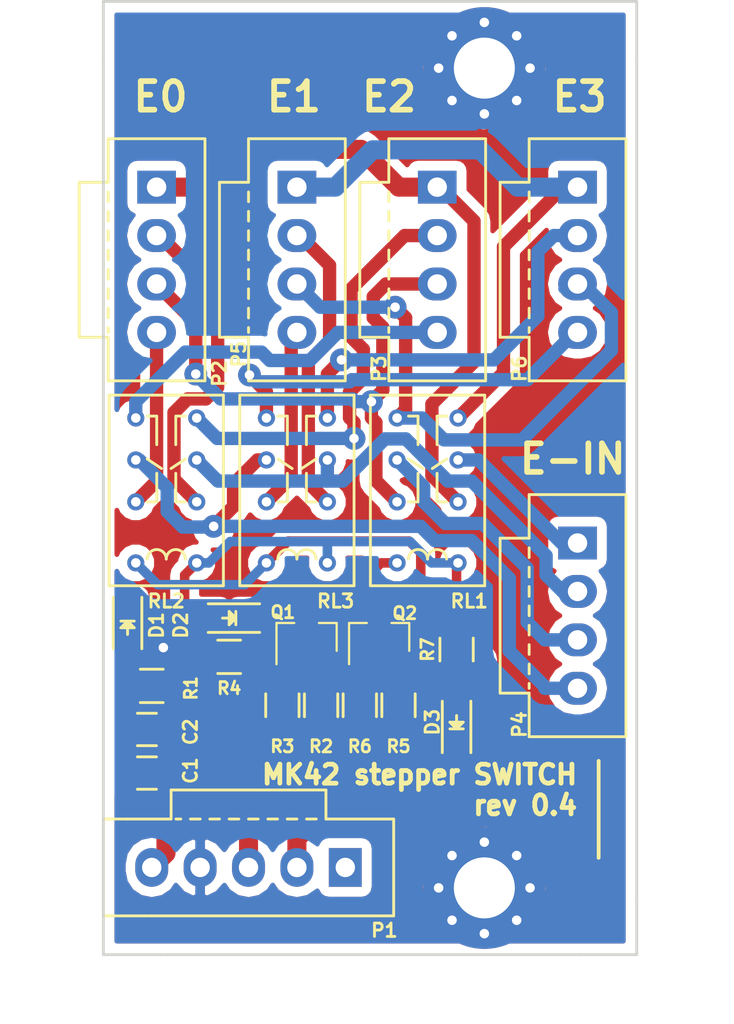
<source format=kicad_pcb>
(kicad_pcb (version 4) (host pcbnew 4.0.5+dfsg1-4)

  (general
    (links 71)
    (no_connects 0)
    (area -10.849999 -56.7 33.187239 3.723238)
    (thickness 1.6)
    (drawings 19)
    (tracks 246)
    (zones 0)
    (modules 27)
    (nets 28)
  )

  (page A4)
  (layers
    (0 F.Cu signal)
    (31 B.Cu signal)
    (32 B.Adhes user)
    (33 F.Adhes user)
    (34 B.Paste user)
    (35 F.Paste user)
    (36 B.SilkS user)
    (37 F.SilkS user)
    (38 B.Mask user)
    (39 F.Mask user)
    (40 Dwgs.User user)
    (41 Cmts.User user)
    (42 Eco1.User user)
    (43 Eco2.User user)
    (44 Edge.Cuts user)
    (45 Margin user)
    (46 B.CrtYd user)
    (47 F.CrtYd user)
    (48 B.Fab user hide)
    (49 F.Fab user)
  )

  (setup
    (last_trace_width 0.25)
    (user_trace_width 0.2)
    (user_trace_width 0.3)
    (user_trace_width 0.4)
    (user_trace_width 0.5)
    (user_trace_width 0.7)
    (user_trace_width 1)
    (trace_clearance 0.2)
    (zone_clearance 0.508)
    (zone_45_only no)
    (trace_min 0.2)
    (segment_width 0.2)
    (edge_width 0.15)
    (via_size 0.6)
    (via_drill 0.4)
    (via_min_size 0.4)
    (via_min_drill 0.3)
    (user_via 1.2 0.5)
    (uvia_size 0.3)
    (uvia_drill 0.1)
    (uvias_allowed no)
    (uvia_min_size 0.2)
    (uvia_min_drill 0.1)
    (pcb_text_width 0.3)
    (pcb_text_size 1.5 1.5)
    (mod_edge_width 0.15)
    (mod_text_size 1 1)
    (mod_text_width 0.15)
    (pad_size 2 2)
    (pad_drill 0)
    (pad_to_mask_clearance 0.2)
    (aux_axis_origin 0 0)
    (visible_elements FFFEFF7F)
    (pcbplotparams
      (layerselection 0x010fc_80000001)
      (usegerberextensions false)
      (excludeedgelayer true)
      (linewidth 0.100000)
      (plotframeref false)
      (viasonmask false)
      (mode 1)
      (useauxorigin false)
      (hpglpennumber 1)
      (hpglpenspeed 20)
      (hpglpendiameter 15)
      (hpglpenoverlay 2)
      (psnegative false)
      (psa4output false)
      (plotreference true)
      (plotvalue true)
      (plotinvisibletext false)
      (padsonsilk false)
      (subtractmaskfromsilk false)
      (outputformat 1)
      (mirror false)
      (drillshape 0)
      (scaleselection 1)
      (outputdirectory ""))
  )

  (net 0 "")
  (net 1 +5V)
  (net 2 GND)
  (net 3 "Net-(D1-Pad2)")
  (net 4 "Net-(D2-Pad1)")
  (net 5 "Net-(D2-Pad2)")
  (net 6 "Net-(D3-Pad1)")
  (net 7 "Net-(D3-Pad2)")
  (net 8 "Net-(P1-Pad3)")
  (net 9 "Net-(P2-Pad1)")
  (net 10 "Net-(P2-Pad2)")
  (net 11 "Net-(P2-Pad3)")
  (net 12 "Net-(P2-Pad4)")
  (net 13 "Net-(P3-Pad2)")
  (net 14 "Net-(P3-Pad4)")
  (net 15 "Net-(P4-Pad1)")
  (net 16 "Net-(P4-Pad2)")
  (net 17 "Net-(P4-Pad3)")
  (net 18 "Net-(P4-Pad4)")
  (net 19 "Net-(P5-Pad1)")
  (net 20 "Net-(P5-Pad2)")
  (net 21 "Net-(P5-Pad3)")
  (net 22 "Net-(P5-Pad4)")
  (net 23 "Net-(P6-Pad2)")
  (net 24 "Net-(P6-Pad4)")
  (net 25 "Net-(Q1-Pad1)")
  (net 26 "Net-(Q2-Pad1)")
  (net 27 "Net-(P1-Pad2)")

  (net_class Default "Toto je výchozí třída sítě."
    (clearance 0.2)
    (trace_width 0.25)
    (via_dia 0.6)
    (via_drill 0.4)
    (uvia_dia 0.3)
    (uvia_drill 0.1)
    (add_net +5V)
    (add_net GND)
    (add_net "Net-(D1-Pad2)")
    (add_net "Net-(D2-Pad1)")
    (add_net "Net-(D2-Pad2)")
    (add_net "Net-(D3-Pad1)")
    (add_net "Net-(D3-Pad2)")
    (add_net "Net-(P1-Pad2)")
    (add_net "Net-(P1-Pad3)")
    (add_net "Net-(P2-Pad1)")
    (add_net "Net-(P2-Pad2)")
    (add_net "Net-(P2-Pad3)")
    (add_net "Net-(P2-Pad4)")
    (add_net "Net-(P3-Pad2)")
    (add_net "Net-(P3-Pad4)")
    (add_net "Net-(P4-Pad1)")
    (add_net "Net-(P4-Pad2)")
    (add_net "Net-(P4-Pad3)")
    (add_net "Net-(P4-Pad4)")
    (add_net "Net-(P5-Pad1)")
    (add_net "Net-(P5-Pad2)")
    (add_net "Net-(P5-Pad3)")
    (add_net "Net-(P5-Pad4)")
    (add_net "Net-(P6-Pad2)")
    (add_net "Net-(P6-Pad4)")
    (add_net "Net-(Q1-Pad1)")
    (add_net "Net-(Q2-Pad1)")
  )

  (module Mounting_Holes:MountingHole_3.2mm_M3_Pad_Via locked (layer F.Cu) (tedit 590092A1) (tstamp 59009089)
    (at 20 -46.5)
    (descr "Mounting Hole 3.2mm, M3")
    (tags "mounting hole 3.2mm m3")
    (fp_text reference REF** (at 0 -4.2) (layer F.SilkS) hide
      (effects (font (size 1 1) (thickness 0.15)))
    )
    (fp_text value MountingHole_3.2mm_M3_Pad_Via (at 0 4.2) (layer F.Fab)
      (effects (font (size 1 1) (thickness 0.15)))
    )
    (fp_circle (center 0 0) (end 3.2 0) (layer Cmts.User) (width 0.15))
    (fp_circle (center 0 0) (end 3.45 0) (layer F.CrtYd) (width 0.05))
    (pad 1 thru_hole circle (at 0 0) (size 6.4 6.4) (drill 3.2) (layers *.Cu *.Mask)
      (net 2 GND) (zone_connect 2))
    (pad "" thru_hole circle (at 2.4 0) (size 0.6 0.6) (drill 0.5) (layers *.Cu *.Mask)
      (net 2 GND))
    (pad "" thru_hole circle (at 1.697056 1.697056) (size 0.6 0.6) (drill 0.5) (layers *.Cu *.Mask)
      (net 2 GND))
    (pad "" thru_hole circle (at 0 2.4) (size 0.6 0.6) (drill 0.5) (layers *.Cu *.Mask)
      (net 2 GND))
    (pad "" thru_hole circle (at -1.697056 1.697056) (size 0.6 0.6) (drill 0.5) (layers *.Cu *.Mask)
      (net 2 GND))
    (pad "" thru_hole circle (at -2.4 0) (size 0.6 0.6) (drill 0.5) (layers *.Cu *.Mask)
      (net 2 GND))
    (pad "" thru_hole circle (at -1.697056 -1.697056) (size 0.6 0.6) (drill 0.5) (layers *.Cu *.Mask)
      (net 2 GND))
    (pad "" thru_hole circle (at 0 -2.4) (size 0.6 0.6) (drill 0.5) (layers *.Cu *.Mask)
      (net 2 GND))
    (pad "" thru_hole circle (at 1.697056 -1.697056) (size 0.6 0.6) (drill 0.5) (layers *.Cu *.Mask)
      (net 2 GND))
  )

  (module TO_SOT_Packages_SMD:SOT-23 (layer F.Cu) (tedit 59009223) (tstamp 58FF74CF)
    (at 10.668 -16.636 90)
    (descr "SOT-23, Standard")
    (tags SOT-23)
    (path /58F9E4F8)
    (attr smd)
    (fp_text reference Q1 (at 1.3218 -1.2446 180) (layer F.SilkS)
      (effects (font (size 0.635 0.635) (thickness 0.15)))
    )
    (fp_text value MMBF170LT1G (at 0 2.5 90) (layer F.Fab)
      (effects (font (size 1 1) (thickness 0.15)))
    )
    (fp_line (start 0.76 1.58) (end 0.76 0.65) (layer F.SilkS) (width 0.12))
    (fp_line (start 0.76 -1.58) (end 0.76 -0.65) (layer F.SilkS) (width 0.12))
    (fp_line (start 0.7 -1.52) (end 0.7 1.52) (layer F.Fab) (width 0.15))
    (fp_line (start -0.7 1.52) (end 0.7 1.52) (layer F.Fab) (width 0.15))
    (fp_line (start -1.7 -1.75) (end 1.7 -1.75) (layer F.CrtYd) (width 0.05))
    (fp_line (start 1.7 -1.75) (end 1.7 1.75) (layer F.CrtYd) (width 0.05))
    (fp_line (start 1.7 1.75) (end -1.7 1.75) (layer F.CrtYd) (width 0.05))
    (fp_line (start -1.7 1.75) (end -1.7 -1.75) (layer F.CrtYd) (width 0.05))
    (fp_line (start 0.76 -1.58) (end -1.4 -1.58) (layer F.SilkS) (width 0.12))
    (fp_line (start -0.7 -1.52) (end 0.7 -1.52) (layer F.Fab) (width 0.15))
    (fp_line (start -0.7 -1.52) (end -0.7 1.52) (layer F.Fab) (width 0.15))
    (fp_line (start 0.76 1.58) (end -0.7 1.58) (layer F.SilkS) (width 0.12))
    (pad 1 smd rect (at -1 -0.95 90) (size 0.9 0.8) (layers F.Cu F.Paste F.Mask)
      (net 25 "Net-(Q1-Pad1)"))
    (pad 2 smd rect (at -1 0.95 90) (size 0.9 0.8) (layers F.Cu F.Paste F.Mask)
      (net 2 GND))
    (pad 3 smd rect (at 1 0 90) (size 0.9 0.8) (layers F.Cu F.Paste F.Mask)
      (net 4 "Net-(D2-Pad1)"))
    (model TO_SOT_Packages_SMD.3dshapes/SOT-23.wrl
      (at (xyz 0 0 0))
      (scale (xyz 1 1 1))
      (rotate (xyz 0 0 90))
    )
  )

  (module TO_SOT_Packages_SMD:SOT-23 (layer F.Cu) (tedit 59009231) (tstamp 58FF74D6)
    (at 14.478 -16.636 90)
    (descr "SOT-23, Standard")
    (tags SOT-23)
    (path /58FA7BA8)
    (attr smd)
    (fp_text reference Q2 (at 1.271 1.3462 180) (layer F.SilkS)
      (effects (font (size 0.635 0.635) (thickness 0.15)))
    )
    (fp_text value MMBF170LT1G (at 0 2.5 90) (layer F.Fab)
      (effects (font (size 1 1) (thickness 0.15)))
    )
    (fp_line (start 0.76 1.58) (end 0.76 0.65) (layer F.SilkS) (width 0.12))
    (fp_line (start 0.76 -1.58) (end 0.76 -0.65) (layer F.SilkS) (width 0.12))
    (fp_line (start 0.7 -1.52) (end 0.7 1.52) (layer F.Fab) (width 0.15))
    (fp_line (start -0.7 1.52) (end 0.7 1.52) (layer F.Fab) (width 0.15))
    (fp_line (start -1.7 -1.75) (end 1.7 -1.75) (layer F.CrtYd) (width 0.05))
    (fp_line (start 1.7 -1.75) (end 1.7 1.75) (layer F.CrtYd) (width 0.05))
    (fp_line (start 1.7 1.75) (end -1.7 1.75) (layer F.CrtYd) (width 0.05))
    (fp_line (start -1.7 1.75) (end -1.7 -1.75) (layer F.CrtYd) (width 0.05))
    (fp_line (start 0.76 -1.58) (end -1.4 -1.58) (layer F.SilkS) (width 0.12))
    (fp_line (start -0.7 -1.52) (end 0.7 -1.52) (layer F.Fab) (width 0.15))
    (fp_line (start -0.7 -1.52) (end -0.7 1.52) (layer F.Fab) (width 0.15))
    (fp_line (start 0.76 1.58) (end -0.7 1.58) (layer F.SilkS) (width 0.12))
    (pad 1 smd rect (at -1 -0.95 90) (size 0.9 0.8) (layers F.Cu F.Paste F.Mask)
      (net 26 "Net-(Q2-Pad1)"))
    (pad 2 smd rect (at -1 0.95 90) (size 0.9 0.8) (layers F.Cu F.Paste F.Mask)
      (net 2 GND))
    (pad 3 smd rect (at 1 0 90) (size 0.9 0.8) (layers F.Cu F.Paste F.Mask)
      (net 6 "Net-(D3-Pad1)"))
    (model TO_SOT_Packages_SMD.3dshapes/SOT-23.wrl
      (at (xyz 0 0 0))
      (scale (xyz 1 1 1))
      (rotate (xyz 0 0 90))
    )
  )

  (module Resistors_SMD:R_0805 (layer F.Cu) (tedit 590091EB) (tstamp 58FF74DC)
    (at 2.54 -14.096 180)
    (descr "Resistor SMD 0805, reflow soldering, Vishay (see dcrcw.pdf)")
    (tags "resistor 0805")
    (path /58F9F623)
    (attr smd)
    (fp_text reference R1 (at -2.0574 -0.126 270) (layer F.SilkS)
      (effects (font (size 0.635 0.635) (thickness 0.15)))
    )
    (fp_text value 470R (at 0 2.1 180) (layer F.Fab)
      (effects (font (size 1 1) (thickness 0.15)))
    )
    (fp_line (start -1 0.625) (end -1 -0.625) (layer F.Fab) (width 0.1))
    (fp_line (start 1 0.625) (end -1 0.625) (layer F.Fab) (width 0.1))
    (fp_line (start 1 -0.625) (end 1 0.625) (layer F.Fab) (width 0.1))
    (fp_line (start -1 -0.625) (end 1 -0.625) (layer F.Fab) (width 0.1))
    (fp_line (start -1.6 -1) (end 1.6 -1) (layer F.CrtYd) (width 0.05))
    (fp_line (start -1.6 1) (end 1.6 1) (layer F.CrtYd) (width 0.05))
    (fp_line (start -1.6 -1) (end -1.6 1) (layer F.CrtYd) (width 0.05))
    (fp_line (start 1.6 -1) (end 1.6 1) (layer F.CrtYd) (width 0.05))
    (fp_line (start 0.6 0.875) (end -0.6 0.875) (layer F.SilkS) (width 0.15))
    (fp_line (start -0.6 -0.875) (end 0.6 -0.875) (layer F.SilkS) (width 0.15))
    (pad 1 smd rect (at -0.95 0 180) (size 0.7 1.3) (layers F.Cu F.Paste F.Mask)
      (net 1 +5V))
    (pad 2 smd rect (at 0.95 0 180) (size 0.7 1.3) (layers F.Cu F.Paste F.Mask)
      (net 3 "Net-(D1-Pad2)"))
    (model Resistors_SMD.3dshapes/R_0805.wrl
      (at (xyz 0 0 0))
      (scale (xyz 1 1 1))
      (rotate (xyz 0 0 0))
    )
  )

  (module Resistors_SMD:R_0805 (layer F.Cu) (tedit 59009268) (tstamp 58FF74E2)
    (at 11.43 -13.08 270)
    (descr "Resistor SMD 0805, reflow soldering, Vishay (see dcrcw.pdf)")
    (tags "resistor 0805")
    (path /58F9E2A2)
    (attr smd)
    (fp_text reference R2 (at 2.158 0 360) (layer F.SilkS)
      (effects (font (size 0.635 0.635) (thickness 0.15)))
    )
    (fp_text value 68R (at 0 2.1 270) (layer F.Fab)
      (effects (font (size 1 1) (thickness 0.15)))
    )
    (fp_line (start -1 0.625) (end -1 -0.625) (layer F.Fab) (width 0.1))
    (fp_line (start 1 0.625) (end -1 0.625) (layer F.Fab) (width 0.1))
    (fp_line (start 1 -0.625) (end 1 0.625) (layer F.Fab) (width 0.1))
    (fp_line (start -1 -0.625) (end 1 -0.625) (layer F.Fab) (width 0.1))
    (fp_line (start -1.6 -1) (end 1.6 -1) (layer F.CrtYd) (width 0.05))
    (fp_line (start -1.6 1) (end 1.6 1) (layer F.CrtYd) (width 0.05))
    (fp_line (start -1.6 -1) (end -1.6 1) (layer F.CrtYd) (width 0.05))
    (fp_line (start 1.6 -1) (end 1.6 1) (layer F.CrtYd) (width 0.05))
    (fp_line (start 0.6 0.875) (end -0.6 0.875) (layer F.SilkS) (width 0.15))
    (fp_line (start -0.6 -0.875) (end 0.6 -0.875) (layer F.SilkS) (width 0.15))
    (pad 1 smd rect (at -0.95 0 270) (size 0.7 1.3) (layers F.Cu F.Paste F.Mask)
      (net 25 "Net-(Q1-Pad1)"))
    (pad 2 smd rect (at 0.95 0 270) (size 0.7 1.3) (layers F.Cu F.Paste F.Mask)
      (net 8 "Net-(P1-Pad3)"))
    (model Resistors_SMD.3dshapes/R_0805.wrl
      (at (xyz 0 0 0))
      (scale (xyz 1 1 1))
      (rotate (xyz 0 0 0))
    )
  )

  (module Resistors_SMD:R_0805 (layer F.Cu) (tedit 5900925B) (tstamp 58FF74E8)
    (at 9.398 -13.08 270)
    (descr "Resistor SMD 0805, reflow soldering, Vishay (see dcrcw.pdf)")
    (tags "resistor 0805")
    (path /58F9E898)
    (attr smd)
    (fp_text reference R3 (at 2.158 0 360) (layer F.SilkS)
      (effects (font (size 0.635 0.635) (thickness 0.15)))
    )
    (fp_text value 10k (at 0 2.1 270) (layer F.Fab)
      (effects (font (size 1 1) (thickness 0.15)))
    )
    (fp_line (start -1 0.625) (end -1 -0.625) (layer F.Fab) (width 0.1))
    (fp_line (start 1 0.625) (end -1 0.625) (layer F.Fab) (width 0.1))
    (fp_line (start 1 -0.625) (end 1 0.625) (layer F.Fab) (width 0.1))
    (fp_line (start -1 -0.625) (end 1 -0.625) (layer F.Fab) (width 0.1))
    (fp_line (start -1.6 -1) (end 1.6 -1) (layer F.CrtYd) (width 0.05))
    (fp_line (start -1.6 1) (end 1.6 1) (layer F.CrtYd) (width 0.05))
    (fp_line (start -1.6 -1) (end -1.6 1) (layer F.CrtYd) (width 0.05))
    (fp_line (start 1.6 -1) (end 1.6 1) (layer F.CrtYd) (width 0.05))
    (fp_line (start 0.6 0.875) (end -0.6 0.875) (layer F.SilkS) (width 0.15))
    (fp_line (start -0.6 -0.875) (end 0.6 -0.875) (layer F.SilkS) (width 0.15))
    (pad 1 smd rect (at -0.95 0 270) (size 0.7 1.3) (layers F.Cu F.Paste F.Mask)
      (net 25 "Net-(Q1-Pad1)"))
    (pad 2 smd rect (at 0.95 0 270) (size 0.7 1.3) (layers F.Cu F.Paste F.Mask)
      (net 2 GND))
    (model Resistors_SMD.3dshapes/R_0805.wrl
      (at (xyz 0 0 0))
      (scale (xyz 1 1 1))
      (rotate (xyz 0 0 0))
    )
  )

  (module Resistors_SMD:R_0805 (layer F.Cu) (tedit 59009203) (tstamp 58FF74EE)
    (at 6.604 -15.62)
    (descr "Resistor SMD 0805, reflow soldering, Vishay (see dcrcw.pdf)")
    (tags "resistor 0805")
    (path /58F9DBA2)
    (attr smd)
    (fp_text reference R4 (at 0 1.65 180) (layer F.SilkS)
      (effects (font (size 0.635 0.635) (thickness 0.15)))
    )
    (fp_text value 470R (at 0 2.1) (layer F.Fab)
      (effects (font (size 1 1) (thickness 0.15)))
    )
    (fp_line (start -1 0.625) (end -1 -0.625) (layer F.Fab) (width 0.1))
    (fp_line (start 1 0.625) (end -1 0.625) (layer F.Fab) (width 0.1))
    (fp_line (start 1 -0.625) (end 1 0.625) (layer F.Fab) (width 0.1))
    (fp_line (start -1 -0.625) (end 1 -0.625) (layer F.Fab) (width 0.1))
    (fp_line (start -1.6 -1) (end 1.6 -1) (layer F.CrtYd) (width 0.05))
    (fp_line (start -1.6 1) (end 1.6 1) (layer F.CrtYd) (width 0.05))
    (fp_line (start -1.6 -1) (end -1.6 1) (layer F.CrtYd) (width 0.05))
    (fp_line (start 1.6 -1) (end 1.6 1) (layer F.CrtYd) (width 0.05))
    (fp_line (start 0.6 0.875) (end -0.6 0.875) (layer F.SilkS) (width 0.15))
    (fp_line (start -0.6 -0.875) (end 0.6 -0.875) (layer F.SilkS) (width 0.15))
    (pad 1 smd rect (at -0.95 0) (size 0.7 1.3) (layers F.Cu F.Paste F.Mask)
      (net 1 +5V))
    (pad 2 smd rect (at 0.95 0) (size 0.7 1.3) (layers F.Cu F.Paste F.Mask)
      (net 5 "Net-(D2-Pad2)"))
    (model Resistors_SMD.3dshapes/R_0805.wrl
      (at (xyz 0 0 0))
      (scale (xyz 1 1 1))
      (rotate (xyz 0 0 0))
    )
  )

  (module Resistors_SMD:R_0805 (layer F.Cu) (tedit 59009282) (tstamp 58FF74F4)
    (at 15.494 -13.08 270)
    (descr "Resistor SMD 0805, reflow soldering, Vishay (see dcrcw.pdf)")
    (tags "resistor 0805")
    (path /58FA100E)
    (attr smd)
    (fp_text reference R5 (at 2.158 0 360) (layer F.SilkS)
      (effects (font (size 0.635 0.635) (thickness 0.15)))
    )
    (fp_text value 68R (at 0 2.1 270) (layer F.Fab)
      (effects (font (size 1 1) (thickness 0.15)))
    )
    (fp_line (start -1 0.625) (end -1 -0.625) (layer F.Fab) (width 0.1))
    (fp_line (start 1 0.625) (end -1 0.625) (layer F.Fab) (width 0.1))
    (fp_line (start 1 -0.625) (end 1 0.625) (layer F.Fab) (width 0.1))
    (fp_line (start -1 -0.625) (end 1 -0.625) (layer F.Fab) (width 0.1))
    (fp_line (start -1.6 -1) (end 1.6 -1) (layer F.CrtYd) (width 0.05))
    (fp_line (start -1.6 1) (end 1.6 1) (layer F.CrtYd) (width 0.05))
    (fp_line (start -1.6 -1) (end -1.6 1) (layer F.CrtYd) (width 0.05))
    (fp_line (start 1.6 -1) (end 1.6 1) (layer F.CrtYd) (width 0.05))
    (fp_line (start 0.6 0.875) (end -0.6 0.875) (layer F.SilkS) (width 0.15))
    (fp_line (start -0.6 -0.875) (end 0.6 -0.875) (layer F.SilkS) (width 0.15))
    (pad 1 smd rect (at -0.95 0 270) (size 0.7 1.3) (layers F.Cu F.Paste F.Mask)
      (net 26 "Net-(Q2-Pad1)"))
    (pad 2 smd rect (at 0.95 0 270) (size 0.7 1.3) (layers F.Cu F.Paste F.Mask)
      (net 27 "Net-(P1-Pad2)"))
    (model Resistors_SMD.3dshapes/R_0805.wrl
      (at (xyz 0 0 0))
      (scale (xyz 1 1 1))
      (rotate (xyz 0 0 0))
    )
  )

  (module Resistors_SMD:R_0805 (layer F.Cu) (tedit 59009276) (tstamp 58FF74FA)
    (at 13.462 -13.08 270)
    (descr "Resistor SMD 0805, reflow soldering, Vishay (see dcrcw.pdf)")
    (tags "resistor 0805")
    (path /58FA101B)
    (attr smd)
    (fp_text reference R6 (at 2.158 0 360) (layer F.SilkS)
      (effects (font (size 0.635 0.635) (thickness 0.15)))
    )
    (fp_text value 10k (at 0 2.1 270) (layer F.Fab)
      (effects (font (size 1 1) (thickness 0.15)))
    )
    (fp_line (start -1 0.625) (end -1 -0.625) (layer F.Fab) (width 0.1))
    (fp_line (start 1 0.625) (end -1 0.625) (layer F.Fab) (width 0.1))
    (fp_line (start 1 -0.625) (end 1 0.625) (layer F.Fab) (width 0.1))
    (fp_line (start -1 -0.625) (end 1 -0.625) (layer F.Fab) (width 0.1))
    (fp_line (start -1.6 -1) (end 1.6 -1) (layer F.CrtYd) (width 0.05))
    (fp_line (start -1.6 1) (end 1.6 1) (layer F.CrtYd) (width 0.05))
    (fp_line (start -1.6 -1) (end -1.6 1) (layer F.CrtYd) (width 0.05))
    (fp_line (start 1.6 -1) (end 1.6 1) (layer F.CrtYd) (width 0.05))
    (fp_line (start 0.6 0.875) (end -0.6 0.875) (layer F.SilkS) (width 0.15))
    (fp_line (start -0.6 -0.875) (end 0.6 -0.875) (layer F.SilkS) (width 0.15))
    (pad 1 smd rect (at -0.95 0 270) (size 0.7 1.3) (layers F.Cu F.Paste F.Mask)
      (net 26 "Net-(Q2-Pad1)"))
    (pad 2 smd rect (at 0.95 0 270) (size 0.7 1.3) (layers F.Cu F.Paste F.Mask)
      (net 2 GND))
    (model Resistors_SMD.3dshapes/R_0805.wrl
      (at (xyz 0 0 0))
      (scale (xyz 1 1 1))
      (rotate (xyz 0 0 0))
    )
  )

  (module Resistors_SMD:R_0805 (layer F.Cu) (tedit 5900923E) (tstamp 58FF7500)
    (at 18.542 -16.002 270)
    (descr "Resistor SMD 0805, reflow soldering, Vishay (see dcrcw.pdf)")
    (tags "resistor 0805")
    (path /58FA1002)
    (attr smd)
    (fp_text reference R7 (at 0 1.524 450) (layer F.SilkS)
      (effects (font (size 0.635 0.635) (thickness 0.15)))
    )
    (fp_text value 470R (at 0 2.1 270) (layer F.Fab)
      (effects (font (size 1 1) (thickness 0.15)))
    )
    (fp_line (start -1 0.625) (end -1 -0.625) (layer F.Fab) (width 0.1))
    (fp_line (start 1 0.625) (end -1 0.625) (layer F.Fab) (width 0.1))
    (fp_line (start 1 -0.625) (end 1 0.625) (layer F.Fab) (width 0.1))
    (fp_line (start -1 -0.625) (end 1 -0.625) (layer F.Fab) (width 0.1))
    (fp_line (start -1.6 -1) (end 1.6 -1) (layer F.CrtYd) (width 0.05))
    (fp_line (start -1.6 1) (end 1.6 1) (layer F.CrtYd) (width 0.05))
    (fp_line (start -1.6 -1) (end -1.6 1) (layer F.CrtYd) (width 0.05))
    (fp_line (start 1.6 -1) (end 1.6 1) (layer F.CrtYd) (width 0.05))
    (fp_line (start 0.6 0.875) (end -0.6 0.875) (layer F.SilkS) (width 0.15))
    (fp_line (start -0.6 -0.875) (end 0.6 -0.875) (layer F.SilkS) (width 0.15))
    (pad 1 smd rect (at -0.95 0 270) (size 0.7 1.3) (layers F.Cu F.Paste F.Mask)
      (net 1 +5V))
    (pad 2 smd rect (at 0.95 0 270) (size 0.7 1.3) (layers F.Cu F.Paste F.Mask)
      (net 7 "Net-(D3-Pad2)"))
    (model Resistors_SMD.3dshapes/R_0805.wrl
      (at (xyz 0 0 0))
      (scale (xyz 1 1 1))
      (rotate (xyz 0 0 0))
    )
  )

  (module Mounting_Holes:MountingHole_3.2mm_M3_Pad_Via locked (layer F.Cu) (tedit 5900929C) (tstamp 59037BEF)
    (at 20 -3.5)
    (descr "Mounting Hole 3.2mm, M3")
    (tags "mounting hole 3.2mm m3")
    (fp_text reference REF** (at 0.1158 4.6938) (layer F.SilkS) hide
      (effects (font (size 1 1) (thickness 0.15)))
    )
    (fp_text value MountingHole_3.2mm_M3_Pad_Via (at 0 4.2) (layer F.Fab)
      (effects (font (size 1 1) (thickness 0.15)))
    )
    (fp_circle (center 0 0) (end 3.2 0) (layer Cmts.User) (width 0.15))
    (fp_circle (center 0 0) (end 3.45 0) (layer F.CrtYd) (width 0.05))
    (pad 1 thru_hole circle (at 0 0) (size 6.4 6.4) (drill 3.2) (layers *.Cu *.Mask)
      (net 2 GND) (zone_connect 2))
    (pad "" thru_hole circle (at 2.4 0) (size 0.6 0.6) (drill 0.5) (layers *.Cu *.Mask)
      (net 2 GND))
    (pad "" thru_hole circle (at 1.697056 1.697056) (size 0.6 0.6) (drill 0.5) (layers *.Cu *.Mask)
      (net 2 GND))
    (pad "" thru_hole circle (at 0 2.4) (size 0.6 0.6) (drill 0.5) (layers *.Cu *.Mask)
      (net 2 GND))
    (pad "" thru_hole circle (at -1.697056 1.697056) (size 0.6 0.6) (drill 0.5) (layers *.Cu *.Mask)
      (net 2 GND))
    (pad "" thru_hole circle (at -2.4 0) (size 0.6 0.6) (drill 0.5) (layers *.Cu *.Mask)
      (net 2 GND))
    (pad "" thru_hole circle (at -1.697056 -1.697056) (size 0.6 0.6) (drill 0.5) (layers *.Cu *.Mask)
      (net 2 GND))
    (pad "" thru_hole circle (at 0 -2.4) (size 0.6 0.6) (drill 0.5) (layers *.Cu *.Mask)
      (net 2 GND))
    (pad "" thru_hole circle (at 1.697056 -1.697056) (size 0.6 0.6) (drill 0.5) (layers *.Cu *.Mask)
      (net 2 GND))
  )

  (module ok1hra:Pin_1x04-XL (layer F.Cu) (tedit 5900B012) (tstamp 5900B5E7)
    (at 2.794 -40.258)
    (descr "Through hole pin header")
    (tags "pin header")
    (path /58FA3A95)
    (fp_text reference P2 (at 3.302 9.778 90) (layer F.SilkS)
      (effects (font (size 0.7 0.7) (thickness 0.15)))
    )
    (fp_text value "MOLEX  70543-0003" (at 0 -3.1) (layer F.Fab)
      (effects (font (size 1 1) (thickness 0.15)))
    )
    (fp_line (start -2.54 7.874) (end -2.54 10.16) (layer F.SilkS) (width 0.15))
    (fp_line (start -2.54 7.366) (end -2.54 7.62) (layer F.SilkS) (width 0.15))
    (fp_line (start -2.54 6.35) (end -2.54 6.858) (layer F.SilkS) (width 0.15))
    (fp_line (start -2.54 5.334) (end -2.54 5.842) (layer F.SilkS) (width 0.15))
    (fp_line (start -2.54 4.318) (end -2.54 4.826) (layer F.SilkS) (width 0.15))
    (fp_line (start -2.54 3.302) (end -2.54 3.81) (layer F.SilkS) (width 0.15))
    (fp_line (start -2.54 2.286) (end -2.54 2.794) (layer F.SilkS) (width 0.15))
    (fp_line (start -2.54 1.27) (end -2.54 1.778) (layer F.SilkS) (width 0.15))
    (fp_line (start -2.54 0.254) (end -2.54 0.762) (layer F.SilkS) (width 0.15))
    (fp_line (start -2.54 -2.54) (end -2.54 -0.254) (layer F.SilkS) (width 0.15))
    (fp_line (start 2.794 -2.794) (end -4.318 -2.794) (layer F.CrtYd) (width 0.05))
    (fp_line (start -4.318 -2.794) (end -4.318 10.414) (layer F.CrtYd) (width 0.05))
    (fp_line (start -4.318 10.414) (end 2.794 10.414) (layer F.CrtYd) (width 0.05))
    (fp_line (start 2.794 10.414) (end 2.794 -2.794) (layer F.CrtYd) (width 0.05))
    (fp_line (start -2.54 -0.254) (end -4.064 -0.254) (layer F.SilkS) (width 0.15))
    (fp_line (start -4.064 -0.254) (end -4.064 7.874) (layer F.SilkS) (width 0.15))
    (fp_line (start -4.064 7.874) (end -2.54 7.874) (layer F.SilkS) (width 0.15))
    (fp_line (start 2.54 -2.54) (end -2.54 -2.54) (layer F.SilkS) (width 0.15))
    (fp_line (start -2.54 10.16) (end 2.54 10.16) (layer F.SilkS) (width 0.15))
    (fp_line (start 2.54 10.16) (end 2.54 -2.54) (layer F.SilkS) (width 0.15))
    (pad 1 thru_hole rect (at 0 0) (size 2.032 1.7272) (drill 1.016) (layers *.Cu *.Mask)
      (net 9 "Net-(P2-Pad1)"))
    (pad 2 thru_hole oval (at 0 2.54) (size 2.032 1.7272) (drill 1.016) (layers *.Cu *.Mask)
      (net 10 "Net-(P2-Pad2)"))
    (pad 3 thru_hole oval (at 0 5.08) (size 2.032 1.7272) (drill 1.016) (layers *.Cu *.Mask)
      (net 11 "Net-(P2-Pad3)"))
    (pad 4 thru_hole oval (at 0 7.62) (size 2.032 1.7272) (drill 1.016) (layers *.Cu *.Mask)
      (net 12 "Net-(P2-Pad4)"))
    (model Pin_Headers.3dshapes/Pin_Header_Straight_1x04.wrl
      (at (xyz 0 -0.15 0))
      (scale (xyz 1 1 1))
      (rotate (xyz 0 0 90))
    )
  )

  (module ok1hra:Pin_1x04-XL (layer F.Cu) (tedit 5900B012) (tstamp 5900B602)
    (at 17.526 -40.258)
    (descr "Through hole pin header")
    (tags "pin header")
    (path /58FA3C66)
    (fp_text reference P3 (at -3.048 9.524 90) (layer F.SilkS)
      (effects (font (size 0.7 0.7) (thickness 0.15)))
    )
    (fp_text value "MOLEX  70543-0003" (at 0 -3.1) (layer F.Fab)
      (effects (font (size 1 1) (thickness 0.15)))
    )
    (fp_line (start -2.54 7.874) (end -2.54 10.16) (layer F.SilkS) (width 0.15))
    (fp_line (start -2.54 7.366) (end -2.54 7.62) (layer F.SilkS) (width 0.15))
    (fp_line (start -2.54 6.35) (end -2.54 6.858) (layer F.SilkS) (width 0.15))
    (fp_line (start -2.54 5.334) (end -2.54 5.842) (layer F.SilkS) (width 0.15))
    (fp_line (start -2.54 4.318) (end -2.54 4.826) (layer F.SilkS) (width 0.15))
    (fp_line (start -2.54 3.302) (end -2.54 3.81) (layer F.SilkS) (width 0.15))
    (fp_line (start -2.54 2.286) (end -2.54 2.794) (layer F.SilkS) (width 0.15))
    (fp_line (start -2.54 1.27) (end -2.54 1.778) (layer F.SilkS) (width 0.15))
    (fp_line (start -2.54 0.254) (end -2.54 0.762) (layer F.SilkS) (width 0.15))
    (fp_line (start -2.54 -2.54) (end -2.54 -0.254) (layer F.SilkS) (width 0.15))
    (fp_line (start 2.794 -2.794) (end -4.318 -2.794) (layer F.CrtYd) (width 0.05))
    (fp_line (start -4.318 -2.794) (end -4.318 10.414) (layer F.CrtYd) (width 0.05))
    (fp_line (start -4.318 10.414) (end 2.794 10.414) (layer F.CrtYd) (width 0.05))
    (fp_line (start 2.794 10.414) (end 2.794 -2.794) (layer F.CrtYd) (width 0.05))
    (fp_line (start -2.54 -0.254) (end -4.064 -0.254) (layer F.SilkS) (width 0.15))
    (fp_line (start -4.064 -0.254) (end -4.064 7.874) (layer F.SilkS) (width 0.15))
    (fp_line (start -4.064 7.874) (end -2.54 7.874) (layer F.SilkS) (width 0.15))
    (fp_line (start 2.54 -2.54) (end -2.54 -2.54) (layer F.SilkS) (width 0.15))
    (fp_line (start -2.54 10.16) (end 2.54 10.16) (layer F.SilkS) (width 0.15))
    (fp_line (start 2.54 10.16) (end 2.54 -2.54) (layer F.SilkS) (width 0.15))
    (pad 1 thru_hole rect (at 0 0) (size 2.032 1.7272) (drill 1.016) (layers *.Cu *.Mask)
      (net 9 "Net-(P2-Pad1)"))
    (pad 2 thru_hole oval (at 0 2.54) (size 2.032 1.7272) (drill 1.016) (layers *.Cu *.Mask)
      (net 13 "Net-(P3-Pad2)"))
    (pad 3 thru_hole oval (at 0 5.08) (size 2.032 1.7272) (drill 1.016) (layers *.Cu *.Mask)
      (net 11 "Net-(P2-Pad3)"))
    (pad 4 thru_hole oval (at 0 7.62) (size 2.032 1.7272) (drill 1.016) (layers *.Cu *.Mask)
      (net 14 "Net-(P3-Pad4)"))
    (model Pin_Headers.3dshapes/Pin_Header_Straight_1x04.wrl
      (at (xyz 0 -0.15 0))
      (scale (xyz 1 1 1))
      (rotate (xyz 0 0 90))
    )
  )

  (module ok1hra:Pin_1x04-XL (layer F.Cu) (tedit 5900B012) (tstamp 5900B61D)
    (at 24.892 -21.59)
    (descr "Through hole pin header")
    (tags "pin header")
    (path /58FA1B49)
    (fp_text reference P4 (at -3.048 9.524 90) (layer F.SilkS)
      (effects (font (size 0.7 0.7) (thickness 0.15)))
    )
    (fp_text value "MOLEX  70543-0003" (at 0 -3.1) (layer F.Fab)
      (effects (font (size 1 1) (thickness 0.15)))
    )
    (fp_line (start -2.54 7.874) (end -2.54 10.16) (layer F.SilkS) (width 0.15))
    (fp_line (start -2.54 7.366) (end -2.54 7.62) (layer F.SilkS) (width 0.15))
    (fp_line (start -2.54 6.35) (end -2.54 6.858) (layer F.SilkS) (width 0.15))
    (fp_line (start -2.54 5.334) (end -2.54 5.842) (layer F.SilkS) (width 0.15))
    (fp_line (start -2.54 4.318) (end -2.54 4.826) (layer F.SilkS) (width 0.15))
    (fp_line (start -2.54 3.302) (end -2.54 3.81) (layer F.SilkS) (width 0.15))
    (fp_line (start -2.54 2.286) (end -2.54 2.794) (layer F.SilkS) (width 0.15))
    (fp_line (start -2.54 1.27) (end -2.54 1.778) (layer F.SilkS) (width 0.15))
    (fp_line (start -2.54 0.254) (end -2.54 0.762) (layer F.SilkS) (width 0.15))
    (fp_line (start -2.54 -2.54) (end -2.54 -0.254) (layer F.SilkS) (width 0.15))
    (fp_line (start 2.794 -2.794) (end -4.318 -2.794) (layer F.CrtYd) (width 0.05))
    (fp_line (start -4.318 -2.794) (end -4.318 10.414) (layer F.CrtYd) (width 0.05))
    (fp_line (start -4.318 10.414) (end 2.794 10.414) (layer F.CrtYd) (width 0.05))
    (fp_line (start 2.794 10.414) (end 2.794 -2.794) (layer F.CrtYd) (width 0.05))
    (fp_line (start -2.54 -0.254) (end -4.064 -0.254) (layer F.SilkS) (width 0.15))
    (fp_line (start -4.064 -0.254) (end -4.064 7.874) (layer F.SilkS) (width 0.15))
    (fp_line (start -4.064 7.874) (end -2.54 7.874) (layer F.SilkS) (width 0.15))
    (fp_line (start 2.54 -2.54) (end -2.54 -2.54) (layer F.SilkS) (width 0.15))
    (fp_line (start -2.54 10.16) (end 2.54 10.16) (layer F.SilkS) (width 0.15))
    (fp_line (start 2.54 10.16) (end 2.54 -2.54) (layer F.SilkS) (width 0.15))
    (pad 1 thru_hole rect (at 0 0) (size 2.032 1.7272) (drill 1.016) (layers *.Cu *.Mask)
      (net 15 "Net-(P4-Pad1)"))
    (pad 2 thru_hole oval (at 0 2.54) (size 2.032 1.7272) (drill 1.016) (layers *.Cu *.Mask)
      (net 16 "Net-(P4-Pad2)"))
    (pad 3 thru_hole oval (at 0 5.08) (size 2.032 1.7272) (drill 1.016) (layers *.Cu *.Mask)
      (net 17 "Net-(P4-Pad3)"))
    (pad 4 thru_hole oval (at 0 7.62) (size 2.032 1.7272) (drill 1.016) (layers *.Cu *.Mask)
      (net 18 "Net-(P4-Pad4)"))
    (model Pin_Headers.3dshapes/Pin_Header_Straight_1x04.wrl
      (at (xyz 0 -0.15 0))
      (scale (xyz 1 1 1))
      (rotate (xyz 0 0 90))
    )
  )

  (module ok1hra:Pin_1x04-XL (layer F.Cu) (tedit 5900B012) (tstamp 5900B638)
    (at 10.16 -40.258)
    (descr "Through hole pin header")
    (tags "pin header")
    (path /58FA3DB5)
    (fp_text reference P5 (at -3.048 8.762 90) (layer F.SilkS)
      (effects (font (size 0.7 0.7) (thickness 0.15)))
    )
    (fp_text value "MOLEX  70543-0003" (at 0 -3.1) (layer F.Fab)
      (effects (font (size 1 1) (thickness 0.15)))
    )
    (fp_line (start -2.54 7.874) (end -2.54 10.16) (layer F.SilkS) (width 0.15))
    (fp_line (start -2.54 7.366) (end -2.54 7.62) (layer F.SilkS) (width 0.15))
    (fp_line (start -2.54 6.35) (end -2.54 6.858) (layer F.SilkS) (width 0.15))
    (fp_line (start -2.54 5.334) (end -2.54 5.842) (layer F.SilkS) (width 0.15))
    (fp_line (start -2.54 4.318) (end -2.54 4.826) (layer F.SilkS) (width 0.15))
    (fp_line (start -2.54 3.302) (end -2.54 3.81) (layer F.SilkS) (width 0.15))
    (fp_line (start -2.54 2.286) (end -2.54 2.794) (layer F.SilkS) (width 0.15))
    (fp_line (start -2.54 1.27) (end -2.54 1.778) (layer F.SilkS) (width 0.15))
    (fp_line (start -2.54 0.254) (end -2.54 0.762) (layer F.SilkS) (width 0.15))
    (fp_line (start -2.54 -2.54) (end -2.54 -0.254) (layer F.SilkS) (width 0.15))
    (fp_line (start 2.794 -2.794) (end -4.318 -2.794) (layer F.CrtYd) (width 0.05))
    (fp_line (start -4.318 -2.794) (end -4.318 10.414) (layer F.CrtYd) (width 0.05))
    (fp_line (start -4.318 10.414) (end 2.794 10.414) (layer F.CrtYd) (width 0.05))
    (fp_line (start 2.794 10.414) (end 2.794 -2.794) (layer F.CrtYd) (width 0.05))
    (fp_line (start -2.54 -0.254) (end -4.064 -0.254) (layer F.SilkS) (width 0.15))
    (fp_line (start -4.064 -0.254) (end -4.064 7.874) (layer F.SilkS) (width 0.15))
    (fp_line (start -4.064 7.874) (end -2.54 7.874) (layer F.SilkS) (width 0.15))
    (fp_line (start 2.54 -2.54) (end -2.54 -2.54) (layer F.SilkS) (width 0.15))
    (fp_line (start -2.54 10.16) (end 2.54 10.16) (layer F.SilkS) (width 0.15))
    (fp_line (start 2.54 10.16) (end 2.54 -2.54) (layer F.SilkS) (width 0.15))
    (pad 1 thru_hole rect (at 0 0) (size 2.032 1.7272) (drill 1.016) (layers *.Cu *.Mask)
      (net 19 "Net-(P5-Pad1)"))
    (pad 2 thru_hole oval (at 0 2.54) (size 2.032 1.7272) (drill 1.016) (layers *.Cu *.Mask)
      (net 20 "Net-(P5-Pad2)"))
    (pad 3 thru_hole oval (at 0 5.08) (size 2.032 1.7272) (drill 1.016) (layers *.Cu *.Mask)
      (net 21 "Net-(P5-Pad3)"))
    (pad 4 thru_hole oval (at 0 7.62) (size 2.032 1.7272) (drill 1.016) (layers *.Cu *.Mask)
      (net 22 "Net-(P5-Pad4)"))
    (model Pin_Headers.3dshapes/Pin_Header_Straight_1x04.wrl
      (at (xyz 0 -0.15 0))
      (scale (xyz 1 1 1))
      (rotate (xyz 0 0 90))
    )
  )

  (module ok1hra:Pin_1x04-XL (layer F.Cu) (tedit 5900B012) (tstamp 5900B653)
    (at 24.892 -40.258)
    (descr "Through hole pin header")
    (tags "pin header")
    (path /58FA3EA4)
    (fp_text reference P6 (at -3.048 9.524 90) (layer F.SilkS)
      (effects (font (size 0.7 0.7) (thickness 0.15)))
    )
    (fp_text value "MOLEX  70543-0003" (at 0 -3.1) (layer F.Fab)
      (effects (font (size 1 1) (thickness 0.15)))
    )
    (fp_line (start -2.54 7.874) (end -2.54 10.16) (layer F.SilkS) (width 0.15))
    (fp_line (start -2.54 7.366) (end -2.54 7.62) (layer F.SilkS) (width 0.15))
    (fp_line (start -2.54 6.35) (end -2.54 6.858) (layer F.SilkS) (width 0.15))
    (fp_line (start -2.54 5.334) (end -2.54 5.842) (layer F.SilkS) (width 0.15))
    (fp_line (start -2.54 4.318) (end -2.54 4.826) (layer F.SilkS) (width 0.15))
    (fp_line (start -2.54 3.302) (end -2.54 3.81) (layer F.SilkS) (width 0.15))
    (fp_line (start -2.54 2.286) (end -2.54 2.794) (layer F.SilkS) (width 0.15))
    (fp_line (start -2.54 1.27) (end -2.54 1.778) (layer F.SilkS) (width 0.15))
    (fp_line (start -2.54 0.254) (end -2.54 0.762) (layer F.SilkS) (width 0.15))
    (fp_line (start -2.54 -2.54) (end -2.54 -0.254) (layer F.SilkS) (width 0.15))
    (fp_line (start 2.794 -2.794) (end -4.318 -2.794) (layer F.CrtYd) (width 0.05))
    (fp_line (start -4.318 -2.794) (end -4.318 10.414) (layer F.CrtYd) (width 0.05))
    (fp_line (start -4.318 10.414) (end 2.794 10.414) (layer F.CrtYd) (width 0.05))
    (fp_line (start 2.794 10.414) (end 2.794 -2.794) (layer F.CrtYd) (width 0.05))
    (fp_line (start -2.54 -0.254) (end -4.064 -0.254) (layer F.SilkS) (width 0.15))
    (fp_line (start -4.064 -0.254) (end -4.064 7.874) (layer F.SilkS) (width 0.15))
    (fp_line (start -4.064 7.874) (end -2.54 7.874) (layer F.SilkS) (width 0.15))
    (fp_line (start 2.54 -2.54) (end -2.54 -2.54) (layer F.SilkS) (width 0.15))
    (fp_line (start -2.54 10.16) (end 2.54 10.16) (layer F.SilkS) (width 0.15))
    (fp_line (start 2.54 10.16) (end 2.54 -2.54) (layer F.SilkS) (width 0.15))
    (pad 1 thru_hole rect (at 0 0) (size 2.032 1.7272) (drill 1.016) (layers *.Cu *.Mask)
      (net 19 "Net-(P5-Pad1)"))
    (pad 2 thru_hole oval (at 0 2.54) (size 2.032 1.7272) (drill 1.016) (layers *.Cu *.Mask)
      (net 23 "Net-(P6-Pad2)"))
    (pad 3 thru_hole oval (at 0 5.08) (size 2.032 1.7272) (drill 1.016) (layers *.Cu *.Mask)
      (net 21 "Net-(P5-Pad3)"))
    (pad 4 thru_hole oval (at 0 7.62) (size 2.032 1.7272) (drill 1.016) (layers *.Cu *.Mask)
      (net 24 "Net-(P6-Pad4)"))
    (model Pin_Headers.3dshapes/Pin_Header_Straight_1x04.wrl
      (at (xyz 0 -0.15 0))
      (scale (xyz 1 1 1))
      (rotate (xyz 0 0 90))
    )
  )

  (module ok1hra:Pin_1x05-XL (layer F.Cu) (tedit 5900B5A4) (tstamp 5900BCFB)
    (at 12.7 -4.572 270)
    (descr "Through hole pin header")
    (tags "pin header")
    (path /58FA6B2B)
    (fp_text reference P1 (at 3.302 -2.05 360) (layer F.SilkS)
      (effects (font (size 0.7 0.7) (thickness 0.15)))
    )
    (fp_text value "MOLEX  70543-0004" (at 0 -3.1 270) (layer F.Fab)
      (effects (font (size 1 1) (thickness 0.15)))
    )
    (fp_line (start -2.54 11.43) (end -2.54 12.7) (layer F.SilkS) (width 0.15))
    (fp_line (start 2.54 10.16) (end 2.54 12.7) (layer F.SilkS) (width 0.15))
    (fp_line (start -2.54 1.016) (end -2.54 -2.54) (layer F.SilkS) (width 0.15))
    (fp_line (start -2.54 9.144) (end -2.54 11.43) (layer F.SilkS) (width 0.15))
    (fp_line (start -2.54 8.636) (end -2.54 8.89) (layer F.SilkS) (width 0.15))
    (fp_line (start -2.54 7.62) (end -2.54 8.128) (layer F.SilkS) (width 0.15))
    (fp_line (start -2.54 6.604) (end -2.54 7.112) (layer F.SilkS) (width 0.15))
    (fp_line (start -2.54 5.588) (end -2.54 6.096) (layer F.SilkS) (width 0.15))
    (fp_line (start -2.54 4.572) (end -2.54 5.08) (layer F.SilkS) (width 0.15))
    (fp_line (start -2.54 3.556) (end -2.54 4.064) (layer F.SilkS) (width 0.15))
    (fp_line (start -2.54 2.54) (end -2.54 3.048) (layer F.SilkS) (width 0.15))
    (fp_line (start -2.54 1.524) (end -2.54 2.032) (layer F.SilkS) (width 0.15))
    (fp_line (start 2.794 -2.794) (end -4.318 -2.794) (layer F.CrtYd) (width 0.05))
    (fp_line (start -4.318 -2.794) (end -4.318 12.954) (layer F.CrtYd) (width 0.05))
    (fp_line (start -4.318 12.954) (end 2.794 12.954) (layer F.CrtYd) (width 0.05))
    (fp_line (start 2.794 12.954) (end 2.794 -2.794) (layer F.CrtYd) (width 0.05))
    (fp_line (start -2.54 1.016) (end -4.064 1.016) (layer F.SilkS) (width 0.15))
    (fp_line (start -4.064 1.016) (end -4.064 9.144) (layer F.SilkS) (width 0.15))
    (fp_line (start -4.064 9.144) (end -2.54 9.144) (layer F.SilkS) (width 0.15))
    (fp_line (start 2.54 -2.54) (end -2.54 -2.54) (layer F.SilkS) (width 0.15))
    (fp_line (start -2.54 12.7) (end 2.54 12.7) (layer F.SilkS) (width 0.15))
    (fp_line (start 2.54 10.16) (end 2.54 -2.54) (layer F.SilkS) (width 0.15))
    (pad 1 thru_hole rect (at 0 0 270) (size 2.032 1.7272) (drill 1.016) (layers *.Cu *.Mask))
    (pad 2 thru_hole oval (at 0 2.54 270) (size 2.032 1.7272) (drill 1.016) (layers *.Cu *.Mask)
      (net 27 "Net-(P1-Pad2)"))
    (pad 3 thru_hole oval (at 0 5.08 270) (size 2.032 1.7272) (drill 1.016) (layers *.Cu *.Mask)
      (net 8 "Net-(P1-Pad3)"))
    (pad 4 thru_hole oval (at 0 7.62 270) (size 2.032 1.7272) (drill 1.016) (layers *.Cu *.Mask)
      (net 2 GND))
    (pad 5 thru_hole oval (at 0 10.16 270) (size 2.032 1.7272) (drill 1.016) (layers *.Cu *.Mask)
      (net 1 +5V))
    (model Pin_Headers.3dshapes/Pin_Header_Straight_1x04.wrl
      (at (xyz 0 -0.15 0))
      (scale (xyz 1 1 1))
      (rotate (xyz 0 0 90))
    )
  )

  (module ok1hra:Rel_TE_CONNECTIVITY_1-1462038-3 (layer F.Cu) (tedit 591317A1) (tstamp 59135370)
    (at 17.018 -23.748 90)
    (path /58F9CB0E)
    (fp_text reference RL1 (at -5.206 2.1844 180) (layer F.SilkS)
      (effects (font (size 0.7 0.7) (thickness 0.15)))
    )
    (fp_text value Realy-AZ850 (at 0 4.1 90) (layer F.Fab)
      (effects (font (size 1 1) (thickness 0.15)))
    )
    (fp_line (start 2.25 -1) (end 1.75 -0.25) (layer F.SilkS) (width 0.15))
    (fp_line (start 2.25 1) (end 1.75 0.25) (layer F.SilkS) (width 0.15))
    (fp_line (start 0 0.5) (end 0 1) (layer F.SilkS) (width 0.15))
    (fp_line (start 4.5 0.5) (end 4.5 1) (layer F.SilkS) (width 0.15))
    (fp_line (start 4.5 -1) (end 4.5 -0.5) (layer F.SilkS) (width 0.15))
    (fp_line (start 0 -1) (end 0 -0.5) (layer F.SilkS) (width 0.15))
    (fp_arc (start -3 0.5) (end -3 0) (angle 180) (layer F.SilkS) (width 0.15))
    (fp_arc (start -3 -0.5) (end -3 -1) (angle 180) (layer F.SilkS) (width 0.15))
    (fp_line (start 3 0.5) (end 4.5 0.5) (layer F.SilkS) (width 0.15))
    (fp_line (start 0 0.5) (end 1.5 0.5) (layer F.SilkS) (width 0.15))
    (fp_line (start 4.5 -0.5) (end 3 -0.5) (layer F.SilkS) (width 0.15))
    (fp_line (start 0 -0.5) (end 1.5 -0.5) (layer F.SilkS) (width 0.15))
    (fp_line (start -4.4 -3) (end -4.4 3) (layer F.SilkS) (width 0.15))
    (fp_line (start -4.4 3) (end 5.6 3) (layer F.SilkS) (width 0.15))
    (fp_line (start 5.6 3) (end 5.6 -3) (layer F.SilkS) (width 0.15))
    (fp_line (start 5.6 -3) (end -4.4 -3) (layer F.SilkS) (width 0.15))
    (pad 1 thru_hole circle (at -3.2 1.6 90) (size 0.9 0.9) (drill 0.5) (layers *.Cu *.Mask)
      (net 1 +5V))
    (pad 2 thru_hole circle (at 0 1.6 90) (size 0.9 0.9) (drill 0.5) (layers *.Cu *.Mask)
      (net 9 "Net-(P2-Pad1)"))
    (pad 3 thru_hole circle (at 2.2 1.6 90) (size 0.9 0.9) (drill 0.5) (layers *.Cu *.Mask)
      (net 15 "Net-(P4-Pad1)"))
    (pad 4 thru_hole circle (at 4.4 1.6 90) (size 0.9 0.9) (drill 0.5) (layers *.Cu *.Mask)
      (net 19 "Net-(P5-Pad1)"))
    (pad 7 thru_hole circle (at 4.4 -1.6 90) (size 0.9 0.9) (drill 0.5) (layers *.Cu *.Mask)
      (net 21 "Net-(P5-Pad3)"))
    (pad 8 thru_hole circle (at 2.2 -1.6 90) (size 0.9 0.9) (drill 0.5) (layers *.Cu *.Mask)
      (net 17 "Net-(P4-Pad3)"))
    (pad 9 thru_hole circle (at 0 -1.6 90) (size 0.9 0.9) (drill 0.5) (layers *.Cu *.Mask)
      (net 11 "Net-(P2-Pad3)"))
    (pad 10 thru_hole circle (at -3.2 -1.6 90) (size 0.9 0.9) (drill 0.5) (layers *.Cu *.Mask)
      (net 4 "Net-(D2-Pad1)"))
  )

  (module ok1hra:Rel_TE_CONNECTIVITY_1-1462038-3 (layer F.Cu) (tedit 59131793) (tstamp 5913537B)
    (at 3.302 -23.748 90)
    (path /58FA0FF6)
    (fp_text reference RL2 (at -5.206 0 180) (layer F.SilkS)
      (effects (font (size 0.7 0.7) (thickness 0.15)))
    )
    (fp_text value Realy-AZ850 (at 0 4.1 90) (layer F.Fab)
      (effects (font (size 1 1) (thickness 0.15)))
    )
    (fp_line (start 2.25 -1) (end 1.75 -0.25) (layer F.SilkS) (width 0.15))
    (fp_line (start 2.25 1) (end 1.75 0.25) (layer F.SilkS) (width 0.15))
    (fp_line (start 0 0.5) (end 0 1) (layer F.SilkS) (width 0.15))
    (fp_line (start 4.5 0.5) (end 4.5 1) (layer F.SilkS) (width 0.15))
    (fp_line (start 4.5 -1) (end 4.5 -0.5) (layer F.SilkS) (width 0.15))
    (fp_line (start 0 -1) (end 0 -0.5) (layer F.SilkS) (width 0.15))
    (fp_arc (start -3 0.5) (end -3 0) (angle 180) (layer F.SilkS) (width 0.15))
    (fp_arc (start -3 -0.5) (end -3 -1) (angle 180) (layer F.SilkS) (width 0.15))
    (fp_line (start 3 0.5) (end 4.5 0.5) (layer F.SilkS) (width 0.15))
    (fp_line (start 0 0.5) (end 1.5 0.5) (layer F.SilkS) (width 0.15))
    (fp_line (start 4.5 -0.5) (end 3 -0.5) (layer F.SilkS) (width 0.15))
    (fp_line (start 0 -0.5) (end 1.5 -0.5) (layer F.SilkS) (width 0.15))
    (fp_line (start -4.4 -3) (end -4.4 3) (layer F.SilkS) (width 0.15))
    (fp_line (start -4.4 3) (end 5.6 3) (layer F.SilkS) (width 0.15))
    (fp_line (start 5.6 3) (end 5.6 -3) (layer F.SilkS) (width 0.15))
    (fp_line (start 5.6 -3) (end -4.4 -3) (layer F.SilkS) (width 0.15))
    (pad 1 thru_hole circle (at -3.2 1.6 90) (size 0.9 0.9) (drill 0.5) (layers *.Cu *.Mask)
      (net 1 +5V))
    (pad 2 thru_hole circle (at 0 1.6 90) (size 0.9 0.9) (drill 0.5) (layers *.Cu *.Mask)
      (net 10 "Net-(P2-Pad2)"))
    (pad 3 thru_hole circle (at 2.2 1.6 90) (size 0.9 0.9) (drill 0.5) (layers *.Cu *.Mask)
      (net 16 "Net-(P4-Pad2)"))
    (pad 4 thru_hole circle (at 4.4 1.6 90) (size 0.9 0.9) (drill 0.5) (layers *.Cu *.Mask)
      (net 13 "Net-(P3-Pad2)"))
    (pad 7 thru_hole circle (at 4.4 -1.6 90) (size 0.9 0.9) (drill 0.5) (layers *.Cu *.Mask)
      (net 14 "Net-(P3-Pad4)"))
    (pad 8 thru_hole circle (at 2.2 -1.6 90) (size 0.9 0.9) (drill 0.5) (layers *.Cu *.Mask)
      (net 18 "Net-(P4-Pad4)"))
    (pad 9 thru_hole circle (at 0 -1.6 90) (size 0.9 0.9) (drill 0.5) (layers *.Cu *.Mask)
      (net 12 "Net-(P2-Pad4)"))
    (pad 10 thru_hole circle (at -3.2 -1.6 90) (size 0.9 0.9) (drill 0.5) (layers *.Cu *.Mask)
      (net 6 "Net-(D3-Pad1)"))
  )

  (module ok1hra:Rel_TE_CONNECTIVITY_1-1462038-3 (layer F.Cu) (tedit 59131780) (tstamp 59135386)
    (at 10.16 -23.748 90)
    (path /58FA14A0)
    (fp_text reference RL3 (at -5.206 2.032 180) (layer F.SilkS)
      (effects (font (size 0.7 0.7) (thickness 0.15)))
    )
    (fp_text value Realy-AZ850 (at 0 4.1 90) (layer F.Fab)
      (effects (font (size 1 1) (thickness 0.15)))
    )
    (fp_line (start 2.25 -1) (end 1.75 -0.25) (layer F.SilkS) (width 0.15))
    (fp_line (start 2.25 1) (end 1.75 0.25) (layer F.SilkS) (width 0.15))
    (fp_line (start 0 0.5) (end 0 1) (layer F.SilkS) (width 0.15))
    (fp_line (start 4.5 0.5) (end 4.5 1) (layer F.SilkS) (width 0.15))
    (fp_line (start 4.5 -1) (end 4.5 -0.5) (layer F.SilkS) (width 0.15))
    (fp_line (start 0 -1) (end 0 -0.5) (layer F.SilkS) (width 0.15))
    (fp_arc (start -3 0.5) (end -3 0) (angle 180) (layer F.SilkS) (width 0.15))
    (fp_arc (start -3 -0.5) (end -3 -1) (angle 180) (layer F.SilkS) (width 0.15))
    (fp_line (start 3 0.5) (end 4.5 0.5) (layer F.SilkS) (width 0.15))
    (fp_line (start 0 0.5) (end 1.5 0.5) (layer F.SilkS) (width 0.15))
    (fp_line (start 4.5 -0.5) (end 3 -0.5) (layer F.SilkS) (width 0.15))
    (fp_line (start 0 -0.5) (end 1.5 -0.5) (layer F.SilkS) (width 0.15))
    (fp_line (start -4.4 -3) (end -4.4 3) (layer F.SilkS) (width 0.15))
    (fp_line (start -4.4 3) (end 5.6 3) (layer F.SilkS) (width 0.15))
    (fp_line (start 5.6 3) (end 5.6 -3) (layer F.SilkS) (width 0.15))
    (fp_line (start 5.6 -3) (end -4.4 -3) (layer F.SilkS) (width 0.15))
    (pad 1 thru_hole circle (at -3.2 1.6 90) (size 0.9 0.9) (drill 0.5) (layers *.Cu *.Mask)
      (net 1 +5V))
    (pad 2 thru_hole circle (at 0 1.6 90) (size 0.9 0.9) (drill 0.5) (layers *.Cu *.Mask)
      (net 20 "Net-(P5-Pad2)"))
    (pad 3 thru_hole circle (at 2.2 1.6 90) (size 0.9 0.9) (drill 0.5) (layers *.Cu *.Mask)
      (net 16 "Net-(P4-Pad2)"))
    (pad 4 thru_hole circle (at 4.4 1.6 90) (size 0.9 0.9) (drill 0.5) (layers *.Cu *.Mask)
      (net 23 "Net-(P6-Pad2)"))
    (pad 7 thru_hole circle (at 4.4 -1.6 90) (size 0.9 0.9) (drill 0.5) (layers *.Cu *.Mask)
      (net 24 "Net-(P6-Pad4)"))
    (pad 8 thru_hole circle (at 2.2 -1.6 90) (size 0.9 0.9) (drill 0.5) (layers *.Cu *.Mask)
      (net 18 "Net-(P4-Pad4)"))
    (pad 9 thru_hole circle (at 0 -1.6 90) (size 0.9 0.9) (drill 0.5) (layers *.Cu *.Mask)
      (net 22 "Net-(P5-Pad4)"))
    (pad 10 thru_hole circle (at -3.2 -1.6 90) (size 0.9 0.9) (drill 0.5) (layers *.Cu *.Mask)
      (net 6 "Net-(D3-Pad1)"))
  )

  (module LEDs:LED_0805 (layer F.Cu) (tedit 591B0823) (tstamp 591B03A6)
    (at 1.27 -17.144 270)
    (descr "LED 0805 smd package")
    (tags "LED 0805 SMD")
    (path /58F9F4F8)
    (attr smd)
    (fp_text reference D1 (at -0.128 -1.524 270) (layer F.SilkS)
      (effects (font (size 0.7 0.7) (thickness 0.15)))
    )
    (fp_text value LED (at 0 1.75 270) (layer F.Fab)
      (effects (font (size 1 1) (thickness 0.15)))
    )
    (fp_line (start -0.4 -0.3) (end -0.4 0.3) (layer F.Fab) (width 0.15))
    (fp_line (start -0.3 0) (end 0 -0.3) (layer F.Fab) (width 0.15))
    (fp_line (start 0 0.3) (end -0.3 0) (layer F.Fab) (width 0.15))
    (fp_line (start 0 -0.3) (end 0 0.3) (layer F.Fab) (width 0.15))
    (fp_line (start 1 -0.6) (end -1 -0.6) (layer F.Fab) (width 0.15))
    (fp_line (start 1 0.6) (end 1 -0.6) (layer F.Fab) (width 0.15))
    (fp_line (start -1 0.6) (end 1 0.6) (layer F.Fab) (width 0.15))
    (fp_line (start -1 -0.6) (end -1 0.6) (layer F.Fab) (width 0.15))
    (fp_line (start -1.6 0.75) (end 1.1 0.75) (layer F.SilkS) (width 0.15))
    (fp_line (start -1.6 -0.75) (end 1.1 -0.75) (layer F.SilkS) (width 0.15))
    (fp_line (start -0.1 0.15) (end -0.1 -0.1) (layer F.SilkS) (width 0.15))
    (fp_line (start -0.1 -0.1) (end -0.25 0.05) (layer F.SilkS) (width 0.15))
    (fp_line (start -0.35 -0.35) (end -0.35 0.35) (layer F.SilkS) (width 0.15))
    (fp_line (start 0 0) (end 0.35 0) (layer F.SilkS) (width 0.15))
    (fp_line (start -0.35 0) (end 0 -0.35) (layer F.SilkS) (width 0.15))
    (fp_line (start 0 -0.35) (end 0 0.35) (layer F.SilkS) (width 0.15))
    (fp_line (start 0 0.35) (end -0.35 0) (layer F.SilkS) (width 0.15))
    (fp_line (start 1.9 -0.95) (end 1.9 0.95) (layer F.CrtYd) (width 0.05))
    (fp_line (start 1.9 0.95) (end -1.9 0.95) (layer F.CrtYd) (width 0.05))
    (fp_line (start -1.9 0.95) (end -1.9 -0.95) (layer F.CrtYd) (width 0.05))
    (fp_line (start -1.9 -0.95) (end 1.9 -0.95) (layer F.CrtYd) (width 0.05))
    (pad 2 smd rect (at 1.04902 0 90) (size 1.19888 1.19888) (layers F.Cu F.Paste F.Mask)
      (net 3 "Net-(D1-Pad2)"))
    (pad 1 smd rect (at -1.04902 0 90) (size 1.19888 1.19888) (layers F.Cu F.Paste F.Mask)
      (net 2 GND))
    (model LEDs.3dshapes/LED_0805.wrl
      (at (xyz 0 0 0))
      (scale (xyz 1 1 1))
      (rotate (xyz 0 0 0))
    )
  )

  (module LEDs:LED_0805 (layer F.Cu) (tedit 591B084E) (tstamp 591B03AB)
    (at 6.604 -17.652 180)
    (descr "LED 0805 smd package")
    (tags "LED 0805 SMD")
    (path /58F9DA18)
    (attr smd)
    (fp_text reference D2 (at 2.54 -0.38 270) (layer F.SilkS)
      (effects (font (size 0.7 0.7) (thickness 0.15)))
    )
    (fp_text value LED (at 0 1.75 180) (layer F.Fab)
      (effects (font (size 1 1) (thickness 0.15)))
    )
    (fp_line (start -0.4 -0.3) (end -0.4 0.3) (layer F.Fab) (width 0.15))
    (fp_line (start -0.3 0) (end 0 -0.3) (layer F.Fab) (width 0.15))
    (fp_line (start 0 0.3) (end -0.3 0) (layer F.Fab) (width 0.15))
    (fp_line (start 0 -0.3) (end 0 0.3) (layer F.Fab) (width 0.15))
    (fp_line (start 1 -0.6) (end -1 -0.6) (layer F.Fab) (width 0.15))
    (fp_line (start 1 0.6) (end 1 -0.6) (layer F.Fab) (width 0.15))
    (fp_line (start -1 0.6) (end 1 0.6) (layer F.Fab) (width 0.15))
    (fp_line (start -1 -0.6) (end -1 0.6) (layer F.Fab) (width 0.15))
    (fp_line (start -1.6 0.75) (end 1.1 0.75) (layer F.SilkS) (width 0.15))
    (fp_line (start -1.6 -0.75) (end 1.1 -0.75) (layer F.SilkS) (width 0.15))
    (fp_line (start -0.1 0.15) (end -0.1 -0.1) (layer F.SilkS) (width 0.15))
    (fp_line (start -0.1 -0.1) (end -0.25 0.05) (layer F.SilkS) (width 0.15))
    (fp_line (start -0.35 -0.35) (end -0.35 0.35) (layer F.SilkS) (width 0.15))
    (fp_line (start 0 0) (end 0.35 0) (layer F.SilkS) (width 0.15))
    (fp_line (start -0.35 0) (end 0 -0.35) (layer F.SilkS) (width 0.15))
    (fp_line (start 0 -0.35) (end 0 0.35) (layer F.SilkS) (width 0.15))
    (fp_line (start 0 0.35) (end -0.35 0) (layer F.SilkS) (width 0.15))
    (fp_line (start 1.9 -0.95) (end 1.9 0.95) (layer F.CrtYd) (width 0.05))
    (fp_line (start 1.9 0.95) (end -1.9 0.95) (layer F.CrtYd) (width 0.05))
    (fp_line (start -1.9 0.95) (end -1.9 -0.95) (layer F.CrtYd) (width 0.05))
    (fp_line (start -1.9 -0.95) (end 1.9 -0.95) (layer F.CrtYd) (width 0.05))
    (pad 2 smd rect (at 1.04902 0) (size 1.19888 1.19888) (layers F.Cu F.Paste F.Mask)
      (net 5 "Net-(D2-Pad2)"))
    (pad 1 smd rect (at -1.04902 0) (size 1.19888 1.19888) (layers F.Cu F.Paste F.Mask)
      (net 4 "Net-(D2-Pad1)"))
    (model LEDs.3dshapes/LED_0805.wrl
      (at (xyz 0 0 0))
      (scale (xyz 1 1 1))
      (rotate (xyz 0 0 0))
    )
  )

  (module LEDs:LED_0805 (layer F.Cu) (tedit 591B082B) (tstamp 591B03B0)
    (at 18.542 -12.192 90)
    (descr "LED 0805 smd package")
    (tags "LED 0805 SMD")
    (path /58FA0FFC)
    (attr smd)
    (fp_text reference D3 (at 0 -1.27 90) (layer F.SilkS)
      (effects (font (size 0.7 0.7) (thickness 0.15)))
    )
    (fp_text value LED (at 0 1.75 90) (layer F.Fab)
      (effects (font (size 1 1) (thickness 0.15)))
    )
    (fp_line (start -0.4 -0.3) (end -0.4 0.3) (layer F.Fab) (width 0.15))
    (fp_line (start -0.3 0) (end 0 -0.3) (layer F.Fab) (width 0.15))
    (fp_line (start 0 0.3) (end -0.3 0) (layer F.Fab) (width 0.15))
    (fp_line (start 0 -0.3) (end 0 0.3) (layer F.Fab) (width 0.15))
    (fp_line (start 1 -0.6) (end -1 -0.6) (layer F.Fab) (width 0.15))
    (fp_line (start 1 0.6) (end 1 -0.6) (layer F.Fab) (width 0.15))
    (fp_line (start -1 0.6) (end 1 0.6) (layer F.Fab) (width 0.15))
    (fp_line (start -1 -0.6) (end -1 0.6) (layer F.Fab) (width 0.15))
    (fp_line (start -1.6 0.75) (end 1.1 0.75) (layer F.SilkS) (width 0.15))
    (fp_line (start -1.6 -0.75) (end 1.1 -0.75) (layer F.SilkS) (width 0.15))
    (fp_line (start -0.1 0.15) (end -0.1 -0.1) (layer F.SilkS) (width 0.15))
    (fp_line (start -0.1 -0.1) (end -0.25 0.05) (layer F.SilkS) (width 0.15))
    (fp_line (start -0.35 -0.35) (end -0.35 0.35) (layer F.SilkS) (width 0.15))
    (fp_line (start 0 0) (end 0.35 0) (layer F.SilkS) (width 0.15))
    (fp_line (start -0.35 0) (end 0 -0.35) (layer F.SilkS) (width 0.15))
    (fp_line (start 0 -0.35) (end 0 0.35) (layer F.SilkS) (width 0.15))
    (fp_line (start 0 0.35) (end -0.35 0) (layer F.SilkS) (width 0.15))
    (fp_line (start 1.9 -0.95) (end 1.9 0.95) (layer F.CrtYd) (width 0.05))
    (fp_line (start 1.9 0.95) (end -1.9 0.95) (layer F.CrtYd) (width 0.05))
    (fp_line (start -1.9 0.95) (end -1.9 -0.95) (layer F.CrtYd) (width 0.05))
    (fp_line (start -1.9 -0.95) (end 1.9 -0.95) (layer F.CrtYd) (width 0.05))
    (pad 2 smd rect (at 1.04902 0 270) (size 1.19888 1.19888) (layers F.Cu F.Paste F.Mask)
      (net 7 "Net-(D3-Pad2)"))
    (pad 1 smd rect (at -1.04902 0 270) (size 1.19888 1.19888) (layers F.Cu F.Paste F.Mask)
      (net 6 "Net-(D3-Pad1)"))
    (model LEDs.3dshapes/LED_0805.wrl
      (at (xyz 0 0 0))
      (scale (xyz 1 1 1))
      (rotate (xyz 0 0 0))
    )
  )

  (module Capacitors_SMD:C_0805 (layer F.Cu) (tedit 591B0877) (tstamp 591B07F9)
    (at 2.286 -9.524 180)
    (descr "Capacitor SMD 0805, reflow soldering, AVX (see smccp.pdf)")
    (tags "capacitor 0805")
    (path /58F9F946)
    (attr smd)
    (fp_text reference C1 (at -2.286 0.128 270) (layer F.SilkS)
      (effects (font (size 0.7 0.7) (thickness 0.15)))
    )
    (fp_text value 10u (at 0 2.1 180) (layer F.Fab)
      (effects (font (size 1 1) (thickness 0.15)))
    )
    (fp_line (start -1 0.625) (end -1 -0.625) (layer F.Fab) (width 0.15))
    (fp_line (start 1 0.625) (end -1 0.625) (layer F.Fab) (width 0.15))
    (fp_line (start 1 -0.625) (end 1 0.625) (layer F.Fab) (width 0.15))
    (fp_line (start -1 -0.625) (end 1 -0.625) (layer F.Fab) (width 0.15))
    (fp_line (start -1.8 -1) (end 1.8 -1) (layer F.CrtYd) (width 0.05))
    (fp_line (start -1.8 1) (end 1.8 1) (layer F.CrtYd) (width 0.05))
    (fp_line (start -1.8 -1) (end -1.8 1) (layer F.CrtYd) (width 0.05))
    (fp_line (start 1.8 -1) (end 1.8 1) (layer F.CrtYd) (width 0.05))
    (fp_line (start 0.5 -0.85) (end -0.5 -0.85) (layer F.SilkS) (width 0.15))
    (fp_line (start -0.5 0.85) (end 0.5 0.85) (layer F.SilkS) (width 0.15))
    (pad 1 smd rect (at -1 0 180) (size 1 1.25) (layers F.Cu F.Paste F.Mask)
      (net 1 +5V))
    (pad 2 smd rect (at 1 0 180) (size 1 1.25) (layers F.Cu F.Paste F.Mask)
      (net 2 GND))
    (model Capacitors_SMD.3dshapes/C_0805.wrl
      (at (xyz 0 0 0))
      (scale (xyz 1 1 1))
      (rotate (xyz 0 0 0))
    )
  )

  (module Capacitors_SMD:C_0805 (layer F.Cu) (tedit 591B086A) (tstamp 591B07FE)
    (at 2.286 -11.81 180)
    (descr "Capacitor SMD 0805, reflow soldering, AVX (see smccp.pdf)")
    (tags "capacitor 0805")
    (path /58F9F8A3)
    (attr smd)
    (fp_text reference C2 (at -2.286 -0.126 270) (layer F.SilkS)
      (effects (font (size 0.7 0.7) (thickness 0.15)))
    )
    (fp_text value 100n (at 0 2.1 180) (layer F.Fab)
      (effects (font (size 1 1) (thickness 0.15)))
    )
    (fp_line (start -1 0.625) (end -1 -0.625) (layer F.Fab) (width 0.15))
    (fp_line (start 1 0.625) (end -1 0.625) (layer F.Fab) (width 0.15))
    (fp_line (start 1 -0.625) (end 1 0.625) (layer F.Fab) (width 0.15))
    (fp_line (start -1 -0.625) (end 1 -0.625) (layer F.Fab) (width 0.15))
    (fp_line (start -1.8 -1) (end 1.8 -1) (layer F.CrtYd) (width 0.05))
    (fp_line (start -1.8 1) (end 1.8 1) (layer F.CrtYd) (width 0.05))
    (fp_line (start -1.8 -1) (end -1.8 1) (layer F.CrtYd) (width 0.05))
    (fp_line (start 1.8 -1) (end 1.8 1) (layer F.CrtYd) (width 0.05))
    (fp_line (start 0.5 -0.85) (end -0.5 -0.85) (layer F.SilkS) (width 0.15))
    (fp_line (start -0.5 0.85) (end 0.5 0.85) (layer F.SilkS) (width 0.15))
    (pad 1 smd rect (at -1 0 180) (size 1 1.25) (layers F.Cu F.Paste F.Mask)
      (net 1 +5V))
    (pad 2 smd rect (at 1 0 180) (size 1 1.25) (layers F.Cu F.Paste F.Mask)
      (net 2 GND))
    (model Capacitors_SMD.3dshapes/C_0805.wrl
      (at (xyz 0 0 0))
      (scale (xyz 1 1 1))
      (rotate (xyz 0 0 0))
    )
  )

  (module ok1hra:pasovak-o locked (layer F.Cu) (tedit 591B0B9D) (tstamp 591B096E)
    (at 26 -4)
    (attr smd)
    (fp_text reference REF** (at 0 1.8) (layer F.SilkS) hide
      (effects (font (size 1 1) (thickness 0.15)))
    )
    (fp_text value pasovak-o (at 0 -1.6) (layer F.Fab) hide
      (effects (font (size 1 1) (thickness 0.15)))
    )
    (pad "" smd circle (at 0 0) (size 2 2) (layers F.Cu F.Mask)
      (net 2 GND) (zone_connect 2))
  )

  (module ok1hra:pasovak-x locked (layer F.Cu) (tedit 591B0B97) (tstamp 591B09C3)
    (at 5 -48)
    (attr smd)
    (fp_text reference REF** (at 0 1.8) (layer F.SilkS) hide
      (effects (font (size 1 1) (thickness 0.15)))
    )
    (fp_text value pasovak-o (at 0 -1.6) (layer F.Fab) hide
      (effects (font (size 1 1) (thickness 0.15)))
    )
    (pad "" smd rect (at 0 0) (size 2 2) (layers F.Cu F.Mask)
      (net 2 GND) (zone_connect 2))
  )

  (gr_line (start 0 0) (end 3 0) (layer Edge.Cuts) (width 0.15))
  (gr_line (start 0 -3) (end 0 0) (layer Edge.Cuts) (width 0.15))
  (gr_line (start 28 0) (end 25 0) (layer Edge.Cuts) (width 0.15))
  (gr_line (start 28 -3) (end 28 0) (layer Edge.Cuts) (width 0.15))
  (gr_line (start 28 -50) (end 28 -47) (layer Edge.Cuts) (width 0.15))
  (gr_line (start 25 -50) (end 28 -50) (layer Edge.Cuts) (width 0.15))
  (gr_line (start 0 -50) (end 0 -47) (layer Edge.Cuts) (width 0.15))
  (gr_line (start 3 -50) (end 0 -50) (layer Edge.Cuts) (width 0.15))
  (gr_line (start 3 -50) (end 25 -50) (layer Edge.Cuts) (width 0.15))
  (gr_line (start 3 0) (end 25 0) (layer Edge.Cuts) (width 0.15))
  (gr_line (start 28 -3) (end 28 -47) (layer Edge.Cuts) (width 0.15))
  (gr_line (start 0 -47) (end 0 -3) (layer Edge.Cuts) (width 0.15))
  (gr_line (start 26 -10.16) (end 26 -5.08) (layer F.SilkS) (width 0.2))
  (gr_text E-IN (at 24.638 -26) (layer F.SilkS)
    (effects (font (size 1.5 1.5) (thickness 0.3)))
  )
  (gr_text E3 (at 25 -45) (layer F.SilkS)
    (effects (font (size 1.5 1.5) (thickness 0.3)))
  )
  (gr_text E2 (at 15 -45) (layer F.SilkS)
    (effects (font (size 1.5 1.5) (thickness 0.3)))
  )
  (gr_text E1 (at 10 -45) (layer F.SilkS)
    (effects (font (size 1.5 1.5) (thickness 0.3)))
  )
  (gr_text E0 (at 3 -45) (layer F.SilkS)
    (effects (font (size 1.5 1.5) (thickness 0.3)))
  )
  (gr_text "MK42 stepper SWITCH\nrev 0.4" (at 25 -8.636) (layer F.SilkS)
    (effects (font (size 1 1) (thickness 0.25)) (justify right))
  )

  (segment (start 4.506 -15.112) (end 4.2672 -15.3508) (width 0.5) (layer F.Cu) (net 1))
  (segment (start 4.2672 -15.3508) (end 4.2672 -19.9132) (width 0.5) (layer F.Cu) (net 1))
  (segment (start 4.2672 -19.9132) (end 4.902 -20.548) (width 0.5) (layer F.Cu) (net 1))
  (segment (start 18.618 -20.548) (end 17.2218 -20.548) (width 0.5) (layer B.Cu) (net 1))
  (segment (start 17.2218 -20.548) (end 16.1036 -21.6662) (width 0.5) (layer B.Cu) (net 1))
  (segment (start 16.1036 -21.6662) (end 11.7602 -21.6662) (width 0.5) (layer B.Cu) (net 1))
  (segment (start 5.538396 -20.548) (end 4.902 -20.548) (width 0.5) (layer B.Cu) (net 1))
  (segment (start 6.656596 -21.6662) (end 5.538396 -20.548) (width 0.5) (layer B.Cu) (net 1))
  (segment (start 11.7602 -21.6662) (end 6.656596 -21.6662) (width 0.5) (layer B.Cu) (net 1))
  (segment (start 18.542 -16.952) (end 18.542 -20.472) (width 0.5) (layer F.Cu) (net 1))
  (segment (start 18.542 -20.472) (end 18.618 -20.548) (width 0.5) (layer F.Cu) (net 1))
  (segment (start 3.286 -9.524) (end 3.286 -5.318) (width 1) (layer F.Cu) (net 1))
  (segment (start 3.286 -5.318) (end 2.54 -4.572) (width 1) (layer F.Cu) (net 1))
  (segment (start 11.76 -21.184396) (end 11.7602 -21.184596) (width 0.5) (layer B.Cu) (net 1))
  (segment (start 11.76 -20.548) (end 11.76 -21.184396) (width 0.5) (layer B.Cu) (net 1))
  (segment (start 11.7602 -21.184596) (end 11.7602 -21.6662) (width 0.5) (layer B.Cu) (net 1))
  (segment (start 3.49 -12.446) (end 3.49 -14.096) (width 1) (layer F.Cu) (net 1))
  (segment (start 3.49 -12.014) (end 3.49 -12.446) (width 1) (layer F.Cu) (net 1))
  (segment (start 3.286 -11.81) (end 3.49 -12.014) (width 1) (layer F.Cu) (net 1))
  (segment (start 5.014 -15.62) (end 4.506 -15.112) (width 1) (layer F.Cu) (net 1))
  (segment (start 4.506 -15.112) (end 3.49 -14.096) (width 1) (layer F.Cu) (net 1))
  (segment (start 5.654 -15.62) (end 5.014 -15.62) (width 1) (layer F.Cu) (net 1))
  (segment (start 3.286 -9.524) (end 3.286 -11.81) (width 1) (layer F.Cu) (net 1))
  (segment (start 3.49 -12.268) (end 3.286 -12.064) (width 1) (layer F.Cu) (net 1))
  (segment (start 1.27 -18.194) (end 1.5672 -18.194) (width 0.5) (layer F.Cu) (net 2))
  (segment (start 1.5672 -18.194) (end 3.1242 -16.637) (width 0.5) (layer F.Cu) (net 2))
  (segment (start 3.1242 -16.637) (end 3.1242 -16.128996) (width 0.5) (layer F.Cu) (net 2))
  (segment (start 3.1242 -16.128996) (end 3.1496 -16.103596) (width 0.5) (layer F.Cu) (net 2))
  (segment (start 1.286 -11.935) (end 2.524201 -13.173201) (width 0.5) (layer F.Cu) (net 2))
  (segment (start 1.286 -11.81) (end 1.286 -11.935) (width 0.5) (layer F.Cu) (net 2))
  (segment (start 2.549601 -15.503597) (end 3.1496 -16.103596) (width 0.5) (layer F.Cu) (net 2))
  (segment (start 2.524201 -15.478197) (end 2.549601 -15.503597) (width 0.5) (layer F.Cu) (net 2))
  (segment (start 2.524201 -13.173201) (end 2.524201 -15.478197) (width 0.5) (layer F.Cu) (net 2))
  (via (at 3.1496 -16.103596) (size 1.2) (drill 0.5) (layers F.Cu B.Cu) (net 2))
  (segment (start 16.388035 -15.636) (end 15.428 -15.636) (width 0.5) (layer F.Cu) (net 2))
  (segment (start 17.1196 -14.904435) (end 16.388035 -15.636) (width 0.5) (layer F.Cu) (net 2))
  (segment (start 17.1196 -13.1064) (end 17.1196 -14.904435) (width 0.5) (layer F.Cu) (net 2))
  (segment (start 13.4366 -13.1064) (end 17.1196 -13.1064) (width 0.5) (layer F.Cu) (net 2))
  (segment (start 9.5244 -13.1064) (end 13.4366 -13.1064) (width 0.5) (layer F.Cu) (net 2))
  (segment (start 13.462 -12.13) (end 13.462 -13.081) (width 0.5) (layer F.Cu) (net 2))
  (segment (start 13.462 -13.081) (end 13.4366 -13.1064) (width 0.5) (layer F.Cu) (net 2))
  (segment (start 11.6944 -16.6624) (end 14.4516 -16.6624) (width 0.5) (layer F.Cu) (net 2))
  (segment (start 14.4516 -16.6624) (end 15.428 -15.686) (width 0.5) (layer F.Cu) (net 2))
  (segment (start 15.428 -15.686) (end 15.428 -15.636) (width 0.5) (layer F.Cu) (net 2))
  (segment (start 11.618 -15.636) (end 11.618 -16.586) (width 0.5) (layer F.Cu) (net 2))
  (segment (start 11.618 -16.586) (end 11.6944 -16.6624) (width 0.5) (layer F.Cu) (net 2))
  (segment (start 9.398 -12.13) (end 9.398 -12.98) (width 0.5) (layer F.Cu) (net 2))
  (segment (start 9.398 -12.98) (end 9.5244 -13.1064) (width 0.5) (layer F.Cu) (net 2))
  (segment (start 15.428 -15.636) (end 15.428 -15.586) (width 0.3) (layer F.Cu) (net 2))
  (segment (start 1.27 -16.094) (end 1.27 -14.416) (width 0.5) (layer F.Cu) (net 3))
  (segment (start 1.27 -14.416) (end 1.59 -14.096) (width 0.5) (layer F.Cu) (net 3))
  (segment (start 10.668 -17.636) (end 11.667 -17.636) (width 0.5) (layer F.Cu) (net 4))
  (segment (start 11.667 -17.636) (end 14.579 -20.548) (width 0.5) (layer F.Cu) (net 4))
  (segment (start 14.579 -20.548) (end 15.418 -20.548) (width 0.5) (layer F.Cu) (net 4))
  (segment (start 7.654 -17.652) (end 10.652 -17.652) (width 0.5) (layer F.Cu) (net 4))
  (segment (start 10.652 -17.652) (end 10.668 -17.636) (width 0.5) (layer F.Cu) (net 4))
  (segment (start 5.554 -17.652) (end 5.554 -17.62) (width 0.5) (layer F.Cu) (net 5))
  (segment (start 5.554 -17.62) (end 7.554 -15.62) (width 0.5) (layer F.Cu) (net 5))
  (segment (start 8.56 -20.548) (end 9.7036 -21.6916) (width 0.5) (layer F.Cu) (net 6))
  (segment (start 16.6624 -19.8704) (end 14.478 -17.686) (width 0.5) (layer F.Cu) (net 6))
  (segment (start 9.7036 -21.6916) (end 16.0528 -21.6916) (width 0.5) (layer F.Cu) (net 6))
  (segment (start 16.0528 -21.6916) (end 16.6624 -21.082) (width 0.5) (layer F.Cu) (net 6))
  (segment (start 16.6624 -21.082) (end 16.6624 -19.8704) (width 0.5) (layer F.Cu) (net 6))
  (segment (start 14.478 -17.686) (end 14.478 -17.636) (width 0.5) (layer F.Cu) (net 6))
  (segment (start 14.478 -17.636) (end 15.378 -17.636) (width 0.5) (layer F.Cu) (net 6))
  (segment (start 15.378 -17.636) (end 17.012 -16.002) (width 0.5) (layer F.Cu) (net 6))
  (segment (start 17.012 -16.002) (end 19.402002 -16.002) (width 0.5) (layer F.Cu) (net 6))
  (segment (start 19.402002 -16.002) (end 19.9136 -15.490402) (width 0.5) (layer F.Cu) (net 6))
  (segment (start 19.9136 -11.4136) (end 19.642 -11.142) (width 0.5) (layer F.Cu) (net 6))
  (segment (start 19.9136 -15.490402) (end 19.9136 -11.4136) (width 0.5) (layer F.Cu) (net 6))
  (segment (start 19.642 -11.142) (end 18.542 -11.142) (width 0.5) (layer F.Cu) (net 6))
  (segment (start 7.4176 -19.4056) (end 8.56 -20.548) (width 0.5) (layer B.Cu) (net 6))
  (segment (start 2.8444 -19.4056) (end 7.4176 -19.4056) (width 0.5) (layer B.Cu) (net 6))
  (segment (start 1.702 -20.548) (end 2.8444 -19.4056) (width 0.5) (layer B.Cu) (net 6))
  (segment (start 18.542 -15.052) (end 18.542 -13.242) (width 0.5) (layer F.Cu) (net 7))
  (segment (start 7.62 -6.5532) (end 7.62 -4.572) (width 1) (layer F.Cu) (net 8))
  (segment (start 11.43 -12.13) (end 11.43 -10.3632) (width 1) (layer F.Cu) (net 8))
  (segment (start 11.43 -10.3632) (end 7.62 -6.5532) (width 1) (layer F.Cu) (net 8))
  (segment (start 17.526 -40.258) (end 15.51 -40.258) (width 1) (layer F.Cu) (net 9))
  (segment (start 15.51 -40.258) (end 13.5278 -42.2402) (width 1) (layer F.Cu) (net 9))
  (segment (start 13.5278 -42.2402) (end 6.7922 -42.2402) (width 1) (layer F.Cu) (net 9))
  (segment (start 6.7922 -42.2402) (end 4.81 -40.258) (width 1) (layer F.Cu) (net 9))
  (segment (start 4.81 -40.258) (end 2.794 -40.258) (width 1) (layer F.Cu) (net 9))
  (segment (start 17.2466 -28.8798) (end 17.2466 -25.1194) (width 0.7) (layer F.Cu) (net 9))
  (segment (start 17.2466 -25.1194) (end 18.618 -23.748) (width 0.7) (layer F.Cu) (net 9))
  (segment (start 19.4564 -31.0896) (end 17.2466 -28.8798) (width 0.7) (layer F.Cu) (net 9))
  (segment (start 19.4564 -38.48) (end 19.4564 -31.0896) (width 0.7) (layer F.Cu) (net 9))
  (segment (start 17.6784 -40.258) (end 19.4564 -38.48) (width 0.7) (layer F.Cu) (net 9))
  (segment (start 17.6784 -40.258) (end 17.526 -40.258) (width 0.5) (layer F.Cu) (net 9))
  (segment (start 3.7084 -24.9416) (end 4.452001 -24.197999) (width 0.7) (layer F.Cu) (net 10))
  (segment (start 3.7084 -28.434402) (end 3.7084 -24.9416) (width 0.7) (layer F.Cu) (net 10))
  (segment (start 4.452001 -24.197999) (end 4.902 -23.748) (width 0.7) (layer F.Cu) (net 10))
  (segment (start 2.9464 -37.718) (end 6.001401 -34.662999) (width 0.7) (layer F.Cu) (net 10))
  (segment (start 4.421999 -29.148001) (end 3.7084 -28.434402) (width 0.7) (layer F.Cu) (net 10))
  (segment (start 5.382001 -29.148001) (end 4.421999 -29.148001) (width 0.7) (layer F.Cu) (net 10))
  (segment (start 6.001401 -29.767401) (end 5.382001 -29.148001) (width 0.7) (layer F.Cu) (net 10))
  (segment (start 2.794 -37.718) (end 2.9464 -37.718) (width 0.7) (layer F.Cu) (net 10))
  (segment (start 6.001401 -34.662999) (end 6.001401 -29.767401) (width 0.7) (layer F.Cu) (net 10))
  (segment (start 14.0716 -28.158272) (end 14.0716 -29.0068) (width 0.7) (layer F.Cu) (net 11))
  (segment (start 15.418 -23.748) (end 14.307201 -24.858799) (width 0.7) (layer F.Cu) (net 11))
  (segment (start 14.307201 -24.858799) (end 14.307201 -27.922671) (width 0.7) (layer F.Cu) (net 11))
  (segment (start 14.307201 -27.922671) (end 14.0716 -28.158272) (width 0.7) (layer F.Cu) (net 11))
  (segment (start 14.166198 -33.407798) (end 14.671599 -32.902397) (width 0.7) (layer F.Cu) (net 11))
  (segment (start 14.166198 -34.511802) (end 14.166198 -33.407798) (width 0.7) (layer F.Cu) (net 11))
  (segment (start 14.671599 -32.902397) (end 14.671599 -29.606799) (width 0.7) (layer F.Cu) (net 11))
  (segment (start 17.526 -35.178) (end 14.832396 -35.178) (width 0.7) (layer F.Cu) (net 11))
  (segment (start 14.671599 -29.606799) (end 14.0716 -29.0068) (width 0.7) (layer F.Cu) (net 11))
  (segment (start 13.081871 -29.148001) (end 13.223072 -29.0068) (width 0.7) (layer B.Cu) (net 11))
  (via (at 14.0716 -29.0068) (size 1.2) (drill 0.5) (layers F.Cu B.Cu) (net 11))
  (segment (start 13.223072 -29.0068) (end 14.0716 -29.0068) (width 0.7) (layer B.Cu) (net 11))
  (segment (start 14.832396 -35.178) (end 14.166198 -34.511802) (width 0.7) (layer F.Cu) (net 11))
  (segment (start 6.157999 -29.148001) (end 13.081871 -29.148001) (width 0.7) (layer B.Cu) (net 11))
  (segment (start 4.8514 -30.4546) (end 6.157999 -29.148001) (width 0.7) (layer B.Cu) (net 11))
  (segment (start 4.8514 -30.4546) (end 4.8514 -33.1206) (width 0.7) (layer F.Cu) (net 11))
  (segment (start 4.8514 -33.1206) (end 2.794 -35.178) (width 0.7) (layer F.Cu) (net 11))
  (via (at 4.8514 -30.4546) (size 1.2) (drill 0.5) (layers F.Cu B.Cu) (net 11))
  (segment (start 2.794 -32.638) (end 2.794 -24.84) (width 0.7) (layer F.Cu) (net 12))
  (segment (start 2.794 -24.84) (end 1.702 -23.748) (width 0.7) (layer F.Cu) (net 12))
  (segment (start 13.0048 -32.39313) (end 13.647918 -31.750012) (width 0.7) (layer F.Cu) (net 13))
  (segment (start 13.1572 -27.924928) (end 13.1572 -27.0764) (width 0.7) (layer F.Cu) (net 13))
  (segment (start 15.81 -37.718) (end 13.0048 -34.9128) (width 0.7) (layer F.Cu) (net 13))
  (segment (start 12.921599 -29.508001) (end 12.921599 -28.160529) (width 0.7) (layer F.Cu) (net 13))
  (segment (start 13.647918 -31.750012) (end 13.647918 -30.23432) (width 0.7) (layer F.Cu) (net 13))
  (segment (start 17.526 -37.718) (end 15.81 -37.718) (width 0.7) (layer F.Cu) (net 13))
  (segment (start 5.9736 -27.0764) (end 12.308672 -27.0764) (width 0.7) (layer B.Cu) (net 13))
  (segment (start 13.0048 -34.9128) (end 13.0048 -32.39313) (width 0.7) (layer F.Cu) (net 13))
  (segment (start 4.902 -28.148) (end 5.9736 -27.0764) (width 0.7) (layer B.Cu) (net 13))
  (via (at 13.1572 -27.0764) (size 1.2) (drill 0.5) (layers F.Cu B.Cu) (net 13))
  (segment (start 13.647918 -30.23432) (end 12.921599 -29.508001) (width 0.7) (layer F.Cu) (net 13))
  (segment (start 12.308672 -27.0764) (end 13.1572 -27.0764) (width 0.7) (layer B.Cu) (net 13))
  (segment (start 12.921599 -28.160529) (end 13.1572 -27.924928) (width 0.7) (layer F.Cu) (net 13))
  (segment (start 1.702 -29.007202) (end 4.299399 -31.604601) (width 0.7) (layer B.Cu) (net 14))
  (segment (start 4.299399 -31.604601) (end 8.298799 -31.604601) (width 0.7) (layer B.Cu) (net 14))
  (segment (start 1.702 -28.148) (end 1.702 -29.007202) (width 0.7) (layer B.Cu) (net 14))
  (segment (start 8.298799 -31.604601) (end 8.7376 -31.1658) (width 0.7) (layer B.Cu) (net 14))
  (segment (start 8.7376 -31.1658) (end 10.839346 -31.1658) (width 0.7) (layer B.Cu) (net 14))
  (segment (start 10.839346 -31.1658) (end 12.311546 -32.638) (width 0.7) (layer B.Cu) (net 14))
  (segment (start 12.311546 -32.638) (end 15.81 -32.638) (width 0.7) (layer B.Cu) (net 14))
  (segment (start 15.81 -32.638) (end 17.526 -32.638) (width 0.7) (layer B.Cu) (net 14))
  (segment (start 18.618 -25.948) (end 19.6958 -25.948) (width 0.7) (layer B.Cu) (net 15))
  (segment (start 19.6958 -25.948) (end 24.0538 -21.59) (width 0.7) (layer B.Cu) (net 15))
  (segment (start 24.0538 -21.59) (end 24.892 -21.59) (width 0.7) (layer B.Cu) (net 15))
  (segment (start 24.892 -19.05) (end 24.1046 -19.05) (width 0.7) (layer B.Cu) (net 16))
  (segment (start 24.1046 -19.05) (end 23.241 -19.9136) (width 0.7) (layer B.Cu) (net 16))
  (segment (start 23.241 -19.9136) (end 23.241 -20.9296) (width 0.7) (layer B.Cu) (net 16))
  (segment (start 15.87859 -27.051) (end 14.783004 -27.051) (width 0.7) (layer B.Cu) (net 16))
  (segment (start 23.241 -20.9296) (end 19.3294 -24.8412) (width 0.7) (layer B.Cu) (net 16))
  (segment (start 19.3294 -24.8412) (end 18.08839 -24.8412) (width 0.7) (layer B.Cu) (net 16))
  (segment (start 18.08839 -24.8412) (end 15.87859 -27.051) (width 0.7) (layer B.Cu) (net 16))
  (segment (start 12.573204 -24.8412) (end 11.7602 -24.8412) (width 0.7) (layer B.Cu) (net 16))
  (segment (start 14.783004 -27.051) (end 12.573204 -24.8412) (width 0.7) (layer B.Cu) (net 16))
  (segment (start 11.7602 -24.8412) (end 6.0088 -24.8412) (width 0.7) (layer B.Cu) (net 16))
  (segment (start 11.76 -25.948) (end 11.76 -25.311604) (width 0.7) (layer B.Cu) (net 16))
  (segment (start 11.76 -25.311604) (end 11.7602 -25.311404) (width 0.7) (layer B.Cu) (net 16))
  (segment (start 11.7602 -25.311404) (end 11.7602 -24.8412) (width 0.7) (layer B.Cu) (net 16))
  (segment (start 6.0088 -24.8412) (end 4.902 -25.948) (width 0.7) (layer B.Cu) (net 16))
  (segment (start 15.418 -25.948) (end 16.8148 -24.5512) (width 0.7) (layer B.Cu) (net 17))
  (segment (start 22.2504 -17.4356) (end 23.176 -16.51) (width 0.7) (layer B.Cu) (net 17))
  (segment (start 16.8148 -24.5512) (end 16.8148 -23.749) (width 0.7) (layer B.Cu) (net 17))
  (segment (start 16.8148 -23.749) (end 17.946789 -22.617011) (width 0.7) (layer B.Cu) (net 17))
  (segment (start 17.946789 -22.617011) (end 19.902589 -22.617011) (width 0.7) (layer B.Cu) (net 17))
  (segment (start 23.176 -16.51) (end 24.892 -16.51) (width 0.7) (layer B.Cu) (net 17))
  (segment (start 19.902589 -22.617011) (end 22.2504 -20.2692) (width 0.7) (layer B.Cu) (net 17))
  (segment (start 22.2504 -20.2692) (end 22.2504 -17.4356) (width 0.7) (layer B.Cu) (net 17))
  (segment (start 24.892 -13.97) (end 23.176 -13.97) (width 0.7) (layer B.Cu) (net 18))
  (segment (start 23.1648 -14.0716) (end 21.3106 -15.9258) (width 0.7) (layer B.Cu) (net 18))
  (segment (start 17.399 -21.717) (end 16.649789 -22.466211) (width 0.7) (layer B.Cu) (net 18))
  (segment (start 23.176 -13.97) (end 23.1648 -13.9812) (width 0.7) (layer B.Cu) (net 18))
  (segment (start 23.1648 -13.9812) (end 23.1648 -14.0716) (width 0.7) (layer B.Cu) (net 18))
  (segment (start 19.3294 -21.717) (end 17.399 -21.717) (width 0.7) (layer B.Cu) (net 18))
  (segment (start 21.3106 -15.9258) (end 21.3106 -19.7358) (width 0.7) (layer B.Cu) (net 18))
  (segment (start 21.3106 -19.7358) (end 19.3294 -21.717) (width 0.7) (layer B.Cu) (net 18))
  (segment (start 16.649789 -22.466211) (end 5.7912 -22.466211) (width 0.7) (layer B.Cu) (net 18))
  (segment (start 5.7912 -22.466211) (end 5.372189 -22.466211) (width 0.7) (layer B.Cu) (net 18))
  (segment (start 5.372189 -22.466211) (end 5.334178 -22.4282) (width 0.7) (layer B.Cu) (net 18))
  (segment (start 5.334178 -22.4282) (end 4.1656 -22.4282) (width 0.7) (layer B.Cu) (net 18))
  (segment (start 4.1656 -22.4282) (end 3.3528 -23.241) (width 0.7) (layer B.Cu) (net 18))
  (segment (start 3.3528 -23.241) (end 3.3528 -24.4856) (width 0.7) (layer B.Cu) (net 18))
  (segment (start 3.3528 -24.4856) (end 1.8904 -25.948) (width 0.7) (layer B.Cu) (net 18))
  (segment (start 1.8904 -25.948) (end 1.702 -25.948) (width 0.7) (layer B.Cu) (net 18))
  (segment (start 8.56 -25.948) (end 8.0918 -25.948) (width 0.7) (layer F.Cu) (net 18))
  (segment (start 8.0918 -25.948) (end 6.8326 -24.6888) (width 0.7) (layer F.Cu) (net 18))
  (segment (start 6.8326 -24.6888) (end 6.8326 -23.507611) (width 0.7) (layer F.Cu) (net 18))
  (segment (start 6.8326 -23.507611) (end 5.7912 -22.466211) (width 0.7) (layer F.Cu) (net 18))
  (via (at 5.7912 -22.466211) (size 1.2) (drill 0.5) (layers F.Cu B.Cu) (net 18))
  (segment (start 24.892 -40.258) (end 21.7434 -40.258) (width 1) (layer B.Cu) (net 19))
  (segment (start 21.7434 -40.258) (end 19.7866 -42.2148) (width 1) (layer B.Cu) (net 19))
  (segment (start 19.7866 -42.2148) (end 14.1328 -42.2148) (width 1) (layer B.Cu) (net 19))
  (segment (start 12.176 -40.258) (end 10.16 -40.258) (width 1) (layer B.Cu) (net 19))
  (segment (start 14.1328 -42.2148) (end 12.176 -40.258) (width 1) (layer B.Cu) (net 19))
  (segment (start 18.618 -28.148) (end 21.0058 -30.5358) (width 0.7) (layer F.Cu) (net 19))
  (segment (start 21.0058 -30.5358) (end 21.0058 -37.1338) (width 0.7) (layer F.Cu) (net 19))
  (segment (start 21.0058 -37.1338) (end 24.13 -40.258) (width 0.7) (layer F.Cu) (net 19))
  (segment (start 24.892 -40.258) (end 24.13 -40.258) (width 0.5) (layer F.Cu) (net 19))
  (segment (start 10.759999 -31.086453) (end 11.876 -32.202454) (width 0.7) (layer F.Cu) (net 20))
  (segment (start 11.876 -32.202454) (end 11.876 -36.1544) (width 0.7) (layer F.Cu) (net 20))
  (segment (start 10.3124 -37.718) (end 10.16 -37.718) (width 0.7) (layer F.Cu) (net 20))
  (segment (start 10.759999 -24.748001) (end 10.759999 -31.086453) (width 0.7) (layer F.Cu) (net 20))
  (segment (start 11.876 -36.1544) (end 10.3124 -37.718) (width 0.7) (layer F.Cu) (net 20))
  (segment (start 11.76 -23.748) (end 10.759999 -24.748001) (width 0.7) (layer F.Cu) (net 20))
  (segment (start 15.418 -28.148) (end 16.7338 -28.148) (width 0.7) (layer B.Cu) (net 21))
  (segment (start 16.7338 -28.148) (end 17.8816 -27.0002) (width 0.7) (layer B.Cu) (net 21))
  (segment (start 17.8816 -27.0002) (end 21.971 -27.0002) (width 0.7) (layer B.Cu) (net 21))
  (segment (start 21.971 -27.0002) (end 26.67 -31.6992) (width 0.7) (layer B.Cu) (net 21))
  (segment (start 26.67 -31.6992) (end 26.67 -33.6804) (width 0.7) (layer B.Cu) (net 21))
  (segment (start 26.67 -33.6804) (end 25.1724 -35.178) (width 0.7) (layer B.Cu) (net 21))
  (segment (start 25.1724 -35.178) (end 24.892 -35.178) (width 0.7) (layer B.Cu) (net 21))
  (segment (start 15.418 -28.148) (end 15.867999 -28.597999) (width 0.7) (layer F.Cu) (net 21))
  (segment (start 15.867999 -33.408001) (end 15.3162 -33.9598) (width 0.7) (layer F.Cu) (net 21))
  (segment (start 15.867999 -28.597999) (end 15.867999 -33.408001) (width 0.7) (layer F.Cu) (net 21))
  (segment (start 15.3162 -33.9598) (end 11.3782 -33.9598) (width 0.7) (layer B.Cu) (net 21))
  (segment (start 11.3782 -33.9598) (end 10.16 -35.178) (width 0.7) (layer B.Cu) (net 21))
  (via (at 15.3162 -33.9598) (size 1.2) (drill 0.5) (layers F.Cu B.Cu) (net 21))
  (segment (start 24.2824 -35.178) (end 24.13 -35.178) (width 0.5) (layer B.Cu) (net 21))
  (segment (start 24.2824 -34.924) (end 24.13 -34.924) (width 0.5) (layer B.Cu) (net 21))
  (segment (start 8.56 -23.748) (end 9.859988 -25.047988) (width 0.7) (layer F.Cu) (net 22))
  (segment (start 9.859988 -25.047988) (end 9.859988 -32.337988) (width 0.7) (layer F.Cu) (net 22))
  (segment (start 9.859988 -32.337988) (end 10.16 -32.638) (width 0.7) (layer F.Cu) (net 22))
  (segment (start 24.892 -37.718) (end 23.6464 -37.718) (width 0.7) (layer B.Cu) (net 23))
  (segment (start 23.6464 -37.718) (end 22.8092 -36.8808) (width 0.7) (layer B.Cu) (net 23))
  (segment (start 20.504622 -31.198022) (end 13.346444 -31.198022) (width 0.7) (layer B.Cu) (net 23))
  (segment (start 13.346444 -31.198022) (end 12.497916 -31.198022) (width 0.7) (layer B.Cu) (net 23))
  (segment (start 22.8092 -36.8808) (end 22.8092 -33.5026) (width 0.7) (layer B.Cu) (net 23))
  (segment (start 22.8092 -33.5026) (end 20.504622 -31.198022) (width 0.7) (layer B.Cu) (net 23))
  (segment (start 11.76 -28.148) (end 11.76 -30.460106) (width 0.7) (layer F.Cu) (net 23))
  (segment (start 11.76 -30.460106) (end 12.497916 -31.198022) (width 0.7) (layer F.Cu) (net 23))
  (via (at 12.497916 -31.198022) (size 1.2) (drill 0.5) (layers F.Cu B.Cu) (net 23))
  (segment (start 13.034396 -30.156802) (end 12.925606 -30.048012) (width 0.7) (layer B.Cu) (net 24))
  (segment (start 22.258402 -30.156802) (end 13.034396 -30.156802) (width 0.7) (layer B.Cu) (net 24))
  (segment (start 12.925606 -30.048012) (end 8.026588 -30.048012) (width 0.7) (layer B.Cu) (net 24))
  (segment (start 8.026588 -30.048012) (end 7.6708 -30.4038) (width 0.7) (layer B.Cu) (net 24))
  (segment (start 24.892 -32.638) (end 24.7396 -32.638) (width 0.7) (layer B.Cu) (net 24))
  (segment (start 24.7396 -32.638) (end 22.258402 -30.156802) (width 0.7) (layer B.Cu) (net 24))
  (via (at 7.6708 -30.4038) (size 1.2) (drill 0.5) (layers F.Cu B.Cu) (net 24))
  (segment (start 8.56 -28.148) (end 8.56 -29.5146) (width 0.7) (layer F.Cu) (net 24))
  (segment (start 8.270799 -29.803801) (end 7.6708 -30.4038) (width 0.7) (layer F.Cu) (net 24))
  (segment (start 8.56 -29.5146) (end 8.270799 -29.803801) (width 0.7) (layer F.Cu) (net 24))
  (segment (start 9.718 -15.636) (end 9.718 -14.35) (width 0.5) (layer F.Cu) (net 25))
  (segment (start 9.718 -14.35) (end 9.398 -14.03) (width 0.5) (layer F.Cu) (net 25))
  (segment (start 11.43 -14.03) (end 9.398 -14.03) (width 0.5) (layer F.Cu) (net 25))
  (segment (start 13.462 -14.03) (end 13.462 -15.57) (width 0.5) (layer F.Cu) (net 26))
  (segment (start 13.462 -15.57) (end 13.528 -15.636) (width 0.5) (layer F.Cu) (net 26))
  (segment (start 15.494 -14.03) (end 13.462 -14.03) (width 0.5) (layer F.Cu) (net 26))
  (segment (start 10.16 -4.572) (end 10.16 -6.096) (width 1) (layer F.Cu) (net 27))
  (segment (start 10.16 -6.096) (end 15.494 -11.43) (width 1) (layer F.Cu) (net 27))
  (segment (start 15.494 -11.43) (end 15.494 -12.13) (width 1) (layer F.Cu) (net 27))

  (zone (net 2) (net_name GND) (layer F.Cu) (tstamp 0) (hatch edge 0.508)
    (connect_pads (clearance 0.508))
    (min_thickness 0.254)
    (fill yes (arc_segments 16) (thermal_gap 0.508) (thermal_bridge_width 0.508))
    (polygon
      (pts
        (xy 27.5 -49.5) (xy 0.5 -49.5) (xy 0.5 -0.5) (xy 27.5 -0.5)
      )
    )
    (filled_polygon
      (pts
        (xy 19.051637 -48.997073) (xy 19.084168 -48.65329) (xy 18.947368 -48.661875) (xy 18.482549 -48.197056) (xy 18.947368 -47.732237)
        (xy 19.141969 -47.744449) (xy 19.251307 -48.099983) (xy 19.236584 -48.255576) (xy 19.535181 -48.255576) (xy 19.547393 -48.060975)
        (xy 19.902927 -47.951637) (xy 20.273239 -47.986678) (xy 20.452607 -48.060975) (xy 20.464819 -48.255576) (xy 20 -48.720395)
        (xy 19.535181 -48.255576) (xy 19.236584 -48.255576) (xy 19.218776 -48.443766) (xy 19.355576 -48.435181) (xy 19.820395 -48.9)
        (xy 19.806253 -48.914143) (xy 19.985858 -49.093748) (xy 20 -49.079605) (xy 20.014143 -49.093748) (xy 20.193748 -48.914143)
        (xy 20.179605 -48.9) (xy 20.644424 -48.435181) (xy 20.794976 -48.444629) (xy 20.748693 -48.294129) (xy 20.783734 -47.923817)
        (xy 20.858031 -47.744449) (xy 21.052632 -47.732237) (xy 21.517451 -48.197056) (xy 21.876661 -48.197056) (xy 22.34148 -47.732237)
        (xy 22.536081 -47.744449) (xy 22.645419 -48.099983) (xy 22.610378 -48.470295) (xy 22.536081 -48.649663) (xy 22.34148 -48.661875)
        (xy 21.876661 -48.197056) (xy 21.517451 -48.197056) (xy 21.052632 -48.661875) (xy 20.90208 -48.652427) (xy 20.948363 -48.802927)
        (xy 20.944715 -48.84148) (xy 21.232237 -48.84148) (xy 21.697056 -48.376661) (xy 22.161875 -48.84148) (xy 22.149663 -49.036081)
        (xy 21.794129 -49.145419) (xy 21.423817 -49.110378) (xy 21.244449 -49.036081) (xy 21.232237 -48.84148) (xy 20.944715 -48.84148)
        (xy 20.913322 -49.173239) (xy 20.864958 -49.29) (xy 27.29 -49.29) (xy 27.29 -0.71) (xy 20.858279 -0.71)
        (xy 20.948363 -1.002927) (xy 20.93364 -1.15852) (xy 21.232237 -1.15852) (xy 21.244449 -0.963919) (xy 21.599983 -0.854581)
        (xy 21.970295 -0.889622) (xy 22.149663 -0.963919) (xy 22.161875 -1.15852) (xy 21.697056 -1.623339) (xy 21.232237 -1.15852)
        (xy 20.93364 -1.15852) (xy 20.915832 -1.34671) (xy 21.052632 -1.338125) (xy 21.517451 -1.802944) (xy 21.876661 -1.802944)
        (xy 22.34148 -1.338125) (xy 22.536081 -1.350337) (xy 22.645419 -1.705871) (xy 22.610378 -2.076183) (xy 22.536081 -2.255551)
        (xy 22.34148 -2.267763) (xy 21.876661 -1.802944) (xy 21.517451 -1.802944) (xy 21.052632 -2.267763) (xy 20.858031 -2.255551)
        (xy 20.748693 -1.900017) (xy 20.781224 -1.556234) (xy 20.644424 -1.564819) (xy 20.179605 -1.1) (xy 20.193748 -1.085858)
        (xy 20.014143 -0.906253) (xy 20 -0.920395) (xy 19.985858 -0.906253) (xy 19.806253 -1.085858) (xy 19.820395 -1.1)
        (xy 19.355576 -1.564819) (xy 19.205024 -1.555371) (xy 19.251307 -1.705871) (xy 19.247659 -1.744424) (xy 19.535181 -1.744424)
        (xy 20 -1.279605) (xy 20.464819 -1.744424) (xy 20.452607 -1.939025) (xy 20.097073 -2.048363) (xy 19.726761 -2.013322)
        (xy 19.547393 -1.939025) (xy 19.535181 -1.744424) (xy 19.247659 -1.744424) (xy 19.216266 -2.076183) (xy 19.141969 -2.255551)
        (xy 18.947368 -2.267763) (xy 18.482549 -1.802944) (xy 18.947368 -1.338125) (xy 19.09792 -1.347573) (xy 19.051637 -1.197073)
        (xy 19.086678 -0.826761) (xy 19.135042 -0.71) (xy 0.71 -0.71) (xy 0.71 -1.15852) (xy 17.838125 -1.15852)
        (xy 17.850337 -0.963919) (xy 18.205871 -0.854581) (xy 18.576183 -0.889622) (xy 18.755551 -0.963919) (xy 18.767763 -1.15852)
        (xy 18.302944 -1.623339) (xy 17.838125 -1.15852) (xy 0.71 -1.15852) (xy 0.71 -1.900017) (xy 17.354581 -1.900017)
        (xy 17.389622 -1.529705) (xy 17.463919 -1.350337) (xy 17.65852 -1.338125) (xy 18.123339 -1.802944) (xy 17.65852 -2.267763)
        (xy 17.463919 -2.255551) (xy 17.354581 -1.900017) (xy 0.71 -1.900017) (xy 0.71 -2.855576) (xy 17.135181 -2.855576)
        (xy 17.147393 -2.660975) (xy 17.502927 -2.551637) (xy 17.84671 -2.584168) (xy 17.838125 -2.447368) (xy 18.302944 -1.982549)
        (xy 18.767763 -2.447368) (xy 21.232237 -2.447368) (xy 21.697056 -1.982549) (xy 22.161875 -2.447368) (xy 22.152427 -2.59792)
        (xy 22.302927 -2.551637) (xy 22.673239 -2.586678) (xy 22.852607 -2.660975) (xy 22.864819 -2.855576) (xy 22.4 -3.320395)
        (xy 21.935181 -2.855576) (xy 21.944629 -2.705024) (xy 21.794129 -2.751307) (xy 21.423817 -2.716266) (xy 21.244449 -2.641969)
        (xy 21.232237 -2.447368) (xy 18.767763 -2.447368) (xy 18.755551 -2.641969) (xy 18.400017 -2.751307) (xy 18.056234 -2.718776)
        (xy 18.064819 -2.855576) (xy 17.6 -3.320395) (xy 17.135181 -2.855576) (xy 0.71 -2.855576) (xy 0.71 -8.264)
        (xy 1.00025 -8.264) (xy 1.159 -8.42275) (xy 1.159 -9.397) (xy 1.139 -9.397) (xy 1.139 -9.651)
        (xy 1.159 -9.651) (xy 1.159 -10.62525) (xy 1.11725 -10.667) (xy 1.159 -10.70875) (xy 1.159 -11.683)
        (xy 1.139 -11.683) (xy 1.139 -11.937) (xy 1.159 -11.937) (xy 1.159 -11.957) (xy 1.413 -11.957)
        (xy 1.413 -11.937) (xy 1.433 -11.937) (xy 1.433 -11.683) (xy 1.413 -11.683) (xy 1.413 -10.70875)
        (xy 1.45475 -10.667) (xy 1.413 -10.62525) (xy 1.413 -9.651) (xy 1.433 -9.651) (xy 1.433 -9.397)
        (xy 1.413 -9.397) (xy 1.413 -8.42275) (xy 1.57175 -8.264) (xy 1.912309 -8.264) (xy 2.145698 -8.360673)
        (xy 2.151 -8.365975) (xy 2.151 -6.177968) (xy 1.966511 -6.141271) (xy 1.48033 -5.816415) (xy 1.155474 -5.330234)
        (xy 1.0414 -4.756745) (xy 1.0414 -4.387255) (xy 1.155474 -3.813766) (xy 1.48033 -3.327585) (xy 1.966511 -3.002729)
        (xy 2.54 -2.888655) (xy 3.113489 -3.002729) (xy 3.59967 -3.327585) (xy 3.806461 -3.637069) (xy 4.177964 -3.221268)
        (xy 4.705209 -2.967291) (xy 4.720974 -2.964642) (xy 4.953 -3.085783) (xy 4.953 -4.445) (xy 4.933 -4.445)
        (xy 4.933 -4.699) (xy 4.953 -4.699) (xy 4.953 -6.058217) (xy 4.720974 -6.179358) (xy 4.705209 -6.176709)
        (xy 4.421 -6.039804) (xy 4.421 -8.837569) (xy 4.43344 -8.899) (xy 4.43344 -10.149) (xy 4.421 -10.215113)
        (xy 4.421 -11.123569) (xy 4.43344 -11.185) (xy 4.43344 -11.422266) (xy 4.538604 -11.579655) (xy 4.591234 -11.84425)
        (xy 8.113 -11.84425) (xy 8.113 -11.653691) (xy 8.209673 -11.420302) (xy 8.388301 -11.241673) (xy 8.62169 -11.145)
        (xy 9.11225 -11.145) (xy 9.271 -11.30375) (xy 9.271 -12.003) (xy 8.27175 -12.003) (xy 8.113 -11.84425)
        (xy 4.591234 -11.84425) (xy 4.625 -12.014) (xy 4.625 -13.625868) (xy 5.321692 -14.32256) (xy 6.004 -14.32256)
        (xy 6.239317 -14.366838) (xy 6.455441 -14.50591) (xy 6.600431 -14.71811) (xy 6.603081 -14.731197) (xy 6.73991 -14.518559)
        (xy 6.95211 -14.373569) (xy 7.204 -14.32256) (xy 7.904 -14.32256) (xy 8.10056 -14.359545) (xy 8.10056 -13.68)
        (xy 8.144838 -13.444683) (xy 8.28391 -13.228559) (xy 8.49611 -13.083569) (xy 8.52949 -13.076809) (xy 8.388301 -13.018327)
        (xy 8.209673 -12.839698) (xy 8.113 -12.606309) (xy 8.113 -12.41575) (xy 8.27175 -12.257) (xy 9.271 -12.257)
        (xy 9.271 -12.277) (xy 9.525 -12.277) (xy 9.525 -12.257) (xy 9.545 -12.257) (xy 9.545 -12.003)
        (xy 9.525 -12.003) (xy 9.525 -11.30375) (xy 9.68375 -11.145) (xy 10.17431 -11.145) (xy 10.295 -11.194991)
        (xy 10.295 -10.833332) (xy 6.817434 -7.355766) (xy 6.571397 -6.987546) (xy 6.485 -6.5532) (xy 6.485 -5.703676)
        (xy 6.353539 -5.506931) (xy 5.982036 -5.922732) (xy 5.454791 -6.176709) (xy 5.439026 -6.179358) (xy 5.207 -6.058217)
        (xy 5.207 -4.699) (xy 5.227 -4.699) (xy 5.227 -4.445) (xy 5.207 -4.445) (xy 5.207 -3.085783)
        (xy 5.439026 -2.964642) (xy 5.454791 -2.967291) (xy 5.982036 -3.221268) (xy 6.353539 -3.637069) (xy 6.56033 -3.327585)
        (xy 7.046511 -3.002729) (xy 7.62 -2.888655) (xy 8.193489 -3.002729) (xy 8.67967 -3.327585) (xy 8.89 -3.642366)
        (xy 9.10033 -3.327585) (xy 9.586511 -3.002729) (xy 10.16 -2.888655) (xy 10.733489 -3.002729) (xy 11.21967 -3.327585)
        (xy 11.229243 -3.341913) (xy 11.233238 -3.320683) (xy 11.37231 -3.104559) (xy 11.58451 -2.959569) (xy 11.8364 -2.90856)
        (xy 13.5636 -2.90856) (xy 13.798917 -2.952838) (xy 14.015041 -3.09191) (xy 14.160031 -3.30411) (xy 14.21104 -3.556)
        (xy 14.21104 -3.597073) (xy 16.651637 -3.597073) (xy 16.686678 -3.226761) (xy 16.760975 -3.047393) (xy 16.955576 -3.035181)
        (xy 17.420395 -3.5) (xy 17.779605 -3.5) (xy 18.244424 -3.035181) (xy 18.439025 -3.047393) (xy 18.548363 -3.402927)
        (xy 18.529992 -3.597073) (xy 21.451637 -3.597073) (xy 21.486678 -3.226761) (xy 21.560975 -3.047393) (xy 21.755576 -3.035181)
        (xy 22.220395 -3.5) (xy 22.579605 -3.5) (xy 23.044424 -3.035181) (xy 23.239025 -3.047393) (xy 23.348363 -3.402927)
        (xy 23.313322 -3.773239) (xy 23.239025 -3.952607) (xy 23.044424 -3.964819) (xy 22.579605 -3.5) (xy 22.220395 -3.5)
        (xy 21.755576 -3.964819) (xy 21.560975 -3.952607) (xy 21.451637 -3.597073) (xy 18.529992 -3.597073) (xy 18.513322 -3.773239)
        (xy 18.439025 -3.952607) (xy 18.244424 -3.964819) (xy 17.779605 -3.5) (xy 17.420395 -3.5) (xy 16.955576 -3.964819)
        (xy 16.760975 -3.952607) (xy 16.651637 -3.597073) (xy 14.21104 -3.597073) (xy 14.21104 -4.144424) (xy 17.135181 -4.144424)
        (xy 17.6 -3.679605) (xy 18.064819 -4.144424) (xy 18.055371 -4.294976) (xy 18.205871 -4.248693) (xy 18.576183 -4.283734)
        (xy 18.755551 -4.358031) (xy 18.767763 -4.552632) (xy 21.232237 -4.552632) (xy 21.244449 -4.358031) (xy 21.599983 -4.248693)
        (xy 21.943766 -4.281224) (xy 21.935181 -4.144424) (xy 22.4 -3.679605) (xy 22.864819 -4.144424) (xy 22.852607 -4.339025)
        (xy 22.497073 -4.448363) (xy 22.15329 -4.415832) (xy 22.161875 -4.552632) (xy 21.697056 -5.017451) (xy 21.232237 -4.552632)
        (xy 18.767763 -4.552632) (xy 18.302944 -5.017451) (xy 17.838125 -4.552632) (xy 17.847573 -4.40208) (xy 17.697073 -4.448363)
        (xy 17.326761 -4.413322) (xy 17.147393 -4.339025) (xy 17.135181 -4.144424) (xy 14.21104 -4.144424) (xy 14.21104 -5.294129)
        (xy 17.354581 -5.294129) (xy 17.389622 -4.923817) (xy 17.463919 -4.744449) (xy 17.65852 -4.732237) (xy 18.123339 -5.197056)
        (xy 18.482549 -5.197056) (xy 18.947368 -4.732237) (xy 19.141969 -4.744449) (xy 19.251307 -5.099983) (xy 19.236584 -5.255576)
        (xy 19.535181 -5.255576) (xy 19.547393 -5.060975) (xy 19.902927 -4.951637) (xy 20.273239 -4.986678) (xy 20.452607 -5.060975)
        (xy 20.464819 -5.255576) (xy 20 -5.720395) (xy 19.535181 -5.255576) (xy 19.236584 -5.255576) (xy 19.218776 -5.443766)
        (xy 19.355576 -5.435181) (xy 19.820395 -5.9) (xy 20.179605 -5.9) (xy 20.644424 -5.435181) (xy 20.794976 -5.444629)
        (xy 20.748693 -5.294129) (xy 20.783734 -4.923817) (xy 20.858031 -4.744449) (xy 21.052632 -4.732237) (xy 21.517451 -5.197056)
        (xy 21.876661 -5.197056) (xy 22.34148 -4.732237) (xy 22.536081 -4.744449) (xy 22.645419 -5.099983) (xy 22.610378 -5.470295)
        (xy 22.536081 -5.649663) (xy 22.34148 -5.661875) (xy 21.876661 -5.197056) (xy 21.517451 -5.197056) (xy 21.052632 -5.661875)
        (xy 20.90208 -5.652427) (xy 20.948363 -5.802927) (xy 20.944715 -5.84148) (xy 21.232237 -5.84148) (xy 21.697056 -5.376661)
        (xy 22.161875 -5.84148) (xy 22.149663 -6.036081) (xy 21.794129 -6.145419) (xy 21.423817 -6.110378) (xy 21.244449 -6.036081)
        (xy 21.232237 -5.84148) (xy 20.944715 -5.84148) (xy 20.913322 -6.173239) (xy 20.839025 -6.352607) (xy 20.644424 -6.364819)
        (xy 20.179605 -5.9) (xy 19.820395 -5.9) (xy 19.355576 -6.364819) (xy 19.160975 -6.352607) (xy 19.051637 -5.997073)
        (xy 19.084168 -5.65329) (xy 18.947368 -5.661875) (xy 18.482549 -5.197056) (xy 18.123339 -5.197056) (xy 17.65852 -5.661875)
        (xy 17.463919 -5.649663) (xy 17.354581 -5.294129) (xy 14.21104 -5.294129) (xy 14.21104 -5.588) (xy 14.166762 -5.823317)
        (xy 14.155075 -5.84148) (xy 17.838125 -5.84148) (xy 18.302944 -5.376661) (xy 18.767763 -5.84148) (xy 18.755551 -6.036081)
        (xy 18.400017 -6.145419) (xy 18.029705 -6.110378) (xy 17.850337 -6.036081) (xy 17.838125 -5.84148) (xy 14.155075 -5.84148)
        (xy 14.02769 -6.039441) (xy 13.81549 -6.184431) (xy 13.5636 -6.23544) (xy 11.904572 -6.23544) (xy 12.213556 -6.544424)
        (xy 19.535181 -6.544424) (xy 20 -6.079605) (xy 20.464819 -6.544424) (xy 20.452607 -6.739025) (xy 20.097073 -6.848363)
        (xy 19.726761 -6.813322) (xy 19.547393 -6.739025) (xy 19.535181 -6.544424) (xy 12.213556 -6.544424) (xy 16.296566 -10.627434)
        (xy 16.359025 -10.72091) (xy 16.542603 -10.995654) (xy 16.610768 -11.338342) (xy 16.740431 -11.52811) (xy 16.79144 -11.78)
        (xy 16.79144 -12.48) (xy 16.747162 -12.715317) (xy 16.60809 -12.931441) (xy 16.39589 -13.076431) (xy 16.382803 -13.079081)
        (xy 16.595441 -13.21591) (xy 16.740431 -13.42811) (xy 16.79144 -13.68) (xy 16.79144 -14.38) (xy 16.747162 -14.615317)
        (xy 16.60809 -14.831441) (xy 16.421316 -14.959058) (xy 16.463 -15.059691) (xy 16.463 -15.324901) (xy 16.673325 -15.184367)
        (xy 16.729516 -15.17319) (xy 17.012 -15.116999) (xy 17.012005 -15.117) (xy 17.24456 -15.117) (xy 17.24456 -14.702)
        (xy 17.288838 -14.466683) (xy 17.42791 -14.250559) (xy 17.445852 -14.2383) (xy 17.346129 -14.09235) (xy 17.29512 -13.84046)
        (xy 17.29512 -12.64158) (xy 17.339398 -12.406263) (xy 17.47847 -12.190139) (xy 17.479467 -12.189457) (xy 17.346129 -11.99431)
        (xy 17.29512 -11.74242) (xy 17.29512 -10.54354) (xy 17.339398 -10.308223) (xy 17.47847 -10.092099) (xy 17.69067 -9.947109)
        (xy 17.94256 -9.8961) (xy 19.14144 -9.8961) (xy 19.376757 -9.940378) (xy 19.592881 -10.07945) (xy 19.725551 -10.273619)
        (xy 19.924484 -10.31319) (xy 19.980675 -10.324367) (xy 20.26779 -10.51621) (xy 20.539387 -10.787808) (xy 20.53939 -10.78781)
        (xy 20.731233 -11.074925) (xy 20.7986 -11.4136) (xy 20.7986 -15.490397) (xy 20.798601 -15.490402) (xy 20.731233 -15.829076)
        (xy 20.731233 -15.829077) (xy 20.53939 -16.116192) (xy 20.539387 -16.116194) (xy 20.027792 -16.62779) (xy 19.83944 -16.753642)
        (xy 19.83944 -17.302) (xy 19.795162 -17.537317) (xy 19.65609 -17.753441) (xy 19.44389 -17.898431) (xy 19.427 -17.901851)
        (xy 19.427 -19.05) (xy 23.208655 -19.05) (xy 23.322729 -18.476511) (xy 23.647585 -17.99033) (xy 23.962366 -17.78)
        (xy 23.647585 -17.56967) (xy 23.322729 -17.083489) (xy 23.208655 -16.51) (xy 23.322729 -15.936511) (xy 23.647585 -15.45033)
        (xy 23.962366 -15.24) (xy 23.647585 -15.02967) (xy 23.322729 -14.543489) (xy 23.208655 -13.97) (xy 23.322729 -13.396511)
        (xy 23.647585 -12.91033) (xy 24.133766 -12.585474) (xy 24.707255 -12.4714) (xy 25.076745 -12.4714) (xy 25.650234 -12.585474)
        (xy 26.136415 -12.91033) (xy 26.461271 -13.396511) (xy 26.575345 -13.97) (xy 26.461271 -14.543489) (xy 26.136415 -15.02967)
        (xy 25.821634 -15.24) (xy 26.136415 -15.45033) (xy 26.461271 -15.936511) (xy 26.575345 -16.51) (xy 26.461271 -17.083489)
        (xy 26.136415 -17.56967) (xy 25.821634 -17.78) (xy 26.136415 -17.99033) (xy 26.461271 -18.476511) (xy 26.575345 -19.05)
        (xy 26.461271 -19.623489) (xy 26.136415 -20.10967) (xy 26.122087 -20.119243) (xy 26.143317 -20.123238) (xy 26.359441 -20.26231)
        (xy 26.504431 -20.47451) (xy 26.55544 -20.7264) (xy 26.55544 -22.4536) (xy 26.511162 -22.688917) (xy 26.37209 -22.905041)
        (xy 26.15989 -23.050031) (xy 25.908 -23.10104) (xy 23.876 -23.10104) (xy 23.640683 -23.056762) (xy 23.424559 -22.91769)
        (xy 23.279569 -22.70549) (xy 23.22856 -22.4536) (xy 23.22856 -20.7264) (xy 23.272838 -20.491083) (xy 23.41191 -20.274959)
        (xy 23.62411 -20.129969) (xy 23.665439 -20.1216) (xy 23.647585 -20.10967) (xy 23.322729 -19.623489) (xy 23.208655 -19.05)
        (xy 19.427 -19.05) (xy 19.427 -19.822505) (xy 19.537282 -19.932595) (xy 19.702811 -20.331233) (xy 19.703188 -20.762873)
        (xy 19.538354 -21.1618) (xy 19.233405 -21.467282) (xy 18.834767 -21.632811) (xy 18.403127 -21.633188) (xy 18.0042 -21.468354)
        (xy 17.698718 -21.163405) (xy 17.5474 -20.798991) (xy 17.5474 -21.081995) (xy 17.547401 -21.082) (xy 17.480034 -21.420674)
        (xy 17.338037 -21.633188) (xy 17.28819 -21.70779) (xy 17.288187 -21.707792) (xy 16.67859 -22.31739) (xy 16.391475 -22.509233)
        (xy 16.32422 -22.522611) (xy 16.0528 -22.576601) (xy 16.052795 -22.5766) (xy 9.703605 -22.5766) (xy 9.7036 -22.576601)
        (xy 9.43218 -22.522611) (xy 9.364925 -22.509233) (xy 9.07781 -22.31739) (xy 9.077808 -22.317387) (xy 8.393566 -21.633146)
        (xy 8.345127 -21.633188) (xy 7.9462 -21.468354) (xy 7.640718 -21.163405) (xy 7.475189 -20.764767) (xy 7.474812 -20.333127)
        (xy 7.639646 -19.9342) (xy 7.944595 -19.628718) (xy 8.343233 -19.463189) (xy 8.774873 -19.462812) (xy 9.1738 -19.627646)
        (xy 9.479282 -19.932595) (xy 9.644811 -20.331233) (xy 9.644855 -20.381275) (xy 10.070179 -20.8066) (xy 10.69256 -20.8066)
        (xy 10.675189 -20.764767) (xy 10.674812 -20.333127) (xy 10.839646 -19.9342) (xy 11.144595 -19.628718) (xy 11.543233 -19.463189)
        (xy 11.974873 -19.462812) (xy 12.3738 -19.627646) (xy 12.679282 -19.932595) (xy 12.844811 -20.331233) (xy 12.845188 -20.762873)
        (xy 12.82712 -20.8066) (xy 13.586021 -20.8066) (xy 11.404226 -18.624806) (xy 11.31989 -18.682431) (xy 11.068 -18.73344)
        (xy 10.268 -18.73344) (xy 10.032683 -18.689162) (xy 9.816559 -18.55009) (xy 9.807615 -18.537) (xy 8.823292 -18.537)
        (xy 8.71655 -18.702881) (xy 8.50435 -18.847871) (xy 8.25246 -18.89888) (xy 7.05358 -18.89888) (xy 6.818263 -18.854602)
        (xy 6.602139 -18.71553) (xy 6.601457 -18.714533) (xy 6.40631 -18.847871) (xy 6.15442 -18.89888) (xy 5.1522 -18.89888)
        (xy 5.1522 -19.477409) (xy 5.5158 -19.627646) (xy 5.821282 -19.932595) (xy 5.986811 -20.331233) (xy 5.987188 -20.762873)
        (xy 5.822354 -21.1618) (xy 5.753031 -21.231244) (xy 6.035779 -21.230997) (xy 6.489857 -21.418619) (xy 6.837571 -21.765726)
        (xy 7.025985 -22.219477) (xy 7.026062 -22.308073) (xy 7.5291 -22.811111) (xy 7.702746 -23.07099) (xy 7.944595 -22.828718)
        (xy 8.343233 -22.663189) (xy 8.774873 -22.662812) (xy 9.1738 -22.827646) (xy 9.479282 -23.132595) (xy 9.579893 -23.374893)
        (xy 10.16 -23.955) (xy 10.740254 -23.374746) (xy 10.839646 -23.1342) (xy 11.144595 -22.828718) (xy 11.543233 -22.663189)
        (xy 11.974873 -22.662812) (xy 12.3738 -22.827646) (xy 12.679282 -23.132595) (xy 12.844811 -23.531233) (xy 12.845188 -23.962873)
        (xy 12.680354 -24.3618) (xy 12.375405 -24.667282) (xy 12.133107 -24.767893) (xy 12.019676 -24.881324) (xy 12.3738 -25.027646)
        (xy 12.679282 -25.332595) (xy 12.844811 -25.731233) (xy 12.844931 -25.868827) (xy 12.910466 -25.841615) (xy 13.322201 -25.841255)
        (xy 13.322201 -24.858799) (xy 13.39718 -24.481856) (xy 13.610701 -24.162299) (xy 14.398254 -23.374746) (xy 14.497646 -23.1342)
        (xy 14.802595 -22.828718) (xy 15.201233 -22.663189) (xy 15.632873 -22.662812) (xy 16.0318 -22.827646) (xy 16.337282 -23.132595)
        (xy 16.502811 -23.531233) (xy 16.503188 -23.962873) (xy 16.338354 -24.3618) (xy 16.033405 -24.667282) (xy 15.791107 -24.767893)
        (xy 15.677676 -24.881324) (xy 16.0318 -25.027646) (xy 16.2616 -25.257045) (xy 16.2616 -25.1194) (xy 16.336579 -24.742457)
        (xy 16.5501 -24.4229) (xy 17.598255 -23.374745) (xy 17.697646 -23.1342) (xy 18.002595 -22.828718) (xy 18.401233 -22.663189)
        (xy 18.832873 -22.662812) (xy 19.2318 -22.827646) (xy 19.537282 -23.132595) (xy 19.702811 -23.531233) (xy 19.703188 -23.962873)
        (xy 19.538354 -24.3618) (xy 19.233405 -24.667282) (xy 18.991108 -24.767892) (xy 18.877676 -24.881324) (xy 19.2318 -25.027646)
        (xy 19.537282 -25.332595) (xy 19.702811 -25.731233) (xy 19.703188 -26.162873) (xy 19.538354 -26.5618) (xy 19.233405 -26.867282)
        (xy 18.834767 -27.032811) (xy 18.403127 -27.033188) (xy 18.2316 -26.962314) (xy 18.2316 -27.133627) (xy 18.401233 -27.063189)
        (xy 18.832873 -27.062812) (xy 19.2318 -27.227646) (xy 19.537282 -27.532595) (xy 19.637893 -27.774893) (xy 21.7023 -29.8393)
        (xy 21.915821 -30.158857) (xy 21.9908 -30.5358) (xy 21.9908 -36.7258) (xy 23.264686 -37.999686) (xy 23.208655 -37.718)
        (xy 23.322729 -37.144511) (xy 23.647585 -36.65833) (xy 23.962366 -36.448) (xy 23.647585 -36.23767) (xy 23.322729 -35.751489)
        (xy 23.208655 -35.178) (xy 23.322729 -34.604511) (xy 23.647585 -34.11833) (xy 23.962366 -33.908) (xy 23.647585 -33.69767)
        (xy 23.322729 -33.211489) (xy 23.208655 -32.638) (xy 23.322729 -32.064511) (xy 23.647585 -31.57833) (xy 24.133766 -31.253474)
        (xy 24.707255 -31.1394) (xy 25.076745 -31.1394) (xy 25.650234 -31.253474) (xy 26.136415 -31.57833) (xy 26.461271 -32.064511)
        (xy 26.575345 -32.638) (xy 26.461271 -33.211489) (xy 26.136415 -33.69767) (xy 25.821634 -33.908) (xy 26.136415 -34.11833)
        (xy 26.461271 -34.604511) (xy 26.575345 -35.178) (xy 26.461271 -35.751489) (xy 26.136415 -36.23767) (xy 25.821634 -36.448)
        (xy 26.136415 -36.65833) (xy 26.461271 -37.144511) (xy 26.575345 -37.718) (xy 26.461271 -38.291489) (xy 26.136415 -38.77767)
        (xy 26.122087 -38.787243) (xy 26.143317 -38.791238) (xy 26.359441 -38.93031) (xy 26.504431 -39.14251) (xy 26.55544 -39.3944)
        (xy 26.55544 -41.1216) (xy 26.511162 -41.356917) (xy 26.37209 -41.573041) (xy 26.15989 -41.718031) (xy 25.908 -41.76904)
        (xy 23.876 -41.76904) (xy 23.640683 -41.724762) (xy 23.424559 -41.58569) (xy 23.279569 -41.37349) (xy 23.22856 -41.1216)
        (xy 23.22856 -40.74956) (xy 20.4414 -37.9624) (xy 20.4414 -38.48) (xy 20.366421 -38.856943) (xy 20.1529 -39.1765)
        (xy 19.18944 -40.13996) (xy 19.18944 -41.1216) (xy 19.145162 -41.356917) (xy 19.00609 -41.573041) (xy 18.79389 -41.718031)
        (xy 18.542 -41.76904) (xy 16.51 -41.76904) (xy 16.274683 -41.724762) (xy 16.058559 -41.58569) (xy 15.948508 -41.424624)
        (xy 14.330366 -43.042766) (xy 14.167429 -43.151637) (xy 13.962146 -43.288803) (xy 13.5278 -43.3752) (xy 6.7922 -43.3752)
        (xy 6.357854 -43.288803) (xy 6.152571 -43.151637) (xy 5.989634 -43.042766) (xy 4.370337 -41.423469) (xy 4.27409 -41.573041)
        (xy 4.06189 -41.718031) (xy 3.81 -41.76904) (xy 1.778 -41.76904) (xy 1.542683 -41.724762) (xy 1.326559 -41.58569)
        (xy 1.181569 -41.37349) (xy 1.13056 -41.1216) (xy 1.13056 -39.3944) (xy 1.174838 -39.159083) (xy 1.31391 -38.942959)
        (xy 1.52611 -38.797969) (xy 1.567439 -38.7896) (xy 1.549585 -38.77767) (xy 1.224729 -38.291489) (xy 1.110655 -37.718)
        (xy 1.224729 -37.144511) (xy 1.549585 -36.65833) (xy 1.864366 -36.448) (xy 1.549585 -36.23767) (xy 1.224729 -35.751489)
        (xy 1.110655 -35.178) (xy 1.224729 -34.604511) (xy 1.549585 -34.11833) (xy 1.864366 -33.908) (xy 1.549585 -33.69767)
        (xy 1.224729 -33.211489) (xy 1.110655 -32.638) (xy 1.224729 -32.064511) (xy 1.549585 -31.57833) (xy 1.809 -31.404994)
        (xy 1.809 -29.232907) (xy 1.487127 -29.233188) (xy 1.0882 -29.068354) (xy 0.782718 -28.763405) (xy 0.71 -28.588281)
        (xy 0.71 -43.455576) (xy 19.535181 -43.455576) (xy 19.547393 -43.260975) (xy 19.902927 -43.151637) (xy 20.273239 -43.186678)
        (xy 20.452607 -43.260975) (xy 20.464819 -43.455576) (xy 20 -43.920395) (xy 19.535181 -43.455576) (xy 0.71 -43.455576)
        (xy 0.71 -44.15852) (xy 17.838125 -44.15852) (xy 17.850337 -43.963919) (xy 18.205871 -43.854581) (xy 18.576183 -43.889622)
        (xy 18.755551 -43.963919) (xy 18.767763 -44.15852) (xy 18.302944 -44.623339) (xy 17.838125 -44.15852) (xy 0.71 -44.15852)
        (xy 0.71 -44.900017) (xy 17.354581 -44.900017) (xy 17.389622 -44.529705) (xy 17.463919 -44.350337) (xy 17.65852 -44.338125)
        (xy 18.123339 -44.802944) (xy 18.482549 -44.802944) (xy 18.947368 -44.338125) (xy 19.09792 -44.347573) (xy 19.051637 -44.197073)
        (xy 19.086678 -43.826761) (xy 19.160975 -43.647393) (xy 19.355576 -43.635181) (xy 19.820395 -44.1) (xy 20.179605 -44.1)
        (xy 20.644424 -43.635181) (xy 20.839025 -43.647393) (xy 20.948363 -44.002927) (xy 20.93364 -44.15852) (xy 21.232237 -44.15852)
        (xy 21.244449 -43.963919) (xy 21.599983 -43.854581) (xy 21.970295 -43.889622) (xy 22.149663 -43.963919) (xy 22.161875 -44.15852)
        (xy 21.697056 -44.623339) (xy 21.232237 -44.15852) (xy 20.93364 -44.15852) (xy 20.915832 -44.34671) (xy 21.052632 -44.338125)
        (xy 21.517451 -44.802944) (xy 21.876661 -44.802944) (xy 22.34148 -44.338125) (xy 22.536081 -44.350337) (xy 22.645419 -44.705871)
        (xy 22.610378 -45.076183) (xy 22.536081 -45.255551) (xy 22.34148 -45.267763) (xy 21.876661 -44.802944) (xy 21.517451 -44.802944)
        (xy 21.052632 -45.267763) (xy 20.858031 -45.255551) (xy 20.748693 -44.900017) (xy 20.781224 -44.556234) (xy 20.644424 -44.564819)
        (xy 20.179605 -44.1) (xy 19.820395 -44.1) (xy 19.355576 -44.564819) (xy 19.205024 -44.555371) (xy 19.251307 -44.705871)
        (xy 19.247659 -44.744424) (xy 19.535181 -44.744424) (xy 20 -44.279605) (xy 20.464819 -44.744424) (xy 20.452607 -44.939025)
        (xy 20.097073 -45.048363) (xy 19.726761 -45.013322) (xy 19.547393 -44.939025) (xy 19.535181 -44.744424) (xy 19.247659 -44.744424)
        (xy 19.216266 -45.076183) (xy 19.141969 -45.255551) (xy 18.947368 -45.267763) (xy 18.482549 -44.802944) (xy 18.123339 -44.802944)
        (xy 17.65852 -45.267763) (xy 17.463919 -45.255551) (xy 17.354581 -44.900017) (xy 0.71 -44.900017) (xy 0.71 -45.855576)
        (xy 17.135181 -45.855576) (xy 17.147393 -45.660975) (xy 17.502927 -45.551637) (xy 17.84671 -45.584168) (xy 17.838125 -45.447368)
        (xy 18.302944 -44.982549) (xy 18.767763 -45.447368) (xy 21.232237 -45.447368) (xy 21.697056 -44.982549) (xy 22.161875 -45.447368)
        (xy 22.152427 -45.59792) (xy 22.302927 -45.551637) (xy 22.673239 -45.586678) (xy 22.852607 -45.660975) (xy 22.864819 -45.855576)
        (xy 22.4 -46.320395) (xy 21.935181 -45.855576) (xy 21.944629 -45.705024) (xy 21.794129 -45.751307) (xy 21.423817 -45.716266)
        (xy 21.244449 -45.641969) (xy 21.232237 -45.447368) (xy 18.767763 -45.447368) (xy 18.755551 -45.641969) (xy 18.400017 -45.751307)
        (xy 18.056234 -45.718776) (xy 18.064819 -45.855576) (xy 17.6 -46.320395) (xy 17.135181 -45.855576) (xy 0.71 -45.855576)
        (xy 0.71 -46.597073) (xy 16.651637 -46.597073) (xy 16.686678 -46.226761) (xy 16.760975 -46.047393) (xy 16.955576 -46.035181)
        (xy 17.420395 -46.5) (xy 17.779605 -46.5) (xy 18.244424 -46.035181) (xy 18.439025 -46.047393) (xy 18.548363 -46.402927)
        (xy 18.529992 -46.597073) (xy 21.451637 -46.597073) (xy 21.486678 -46.226761) (xy 21.560975 -46.047393) (xy 21.755576 -46.035181)
        (xy 22.220395 -46.5) (xy 22.579605 -46.5) (xy 23.044424 -46.035181) (xy 23.239025 -46.047393) (xy 23.348363 -46.402927)
        (xy 23.313322 -46.773239) (xy 23.239025 -46.952607) (xy 23.044424 -46.964819) (xy 22.579605 -46.5) (xy 22.220395 -46.5)
        (xy 21.755576 -46.964819) (xy 21.560975 -46.952607) (xy 21.451637 -46.597073) (xy 18.529992 -46.597073) (xy 18.513322 -46.773239)
        (xy 18.439025 -46.952607) (xy 18.244424 -46.964819) (xy 17.779605 -46.5) (xy 17.420395 -46.5) (xy 16.955576 -46.964819)
        (xy 16.760975 -46.952607) (xy 16.651637 -46.597073) (xy 0.71 -46.597073) (xy 0.71 -47.144424) (xy 17.135181 -47.144424)
        (xy 17.6 -46.679605) (xy 18.064819 -47.144424) (xy 18.055371 -47.294976) (xy 18.205871 -47.248693) (xy 18.576183 -47.283734)
        (xy 18.755551 -47.358031) (xy 18.767763 -47.552632) (xy 21.232237 -47.552632) (xy 21.244449 -47.358031) (xy 21.599983 -47.248693)
        (xy 21.943766 -47.281224) (xy 21.935181 -47.144424) (xy 22.4 -46.679605) (xy 22.864819 -47.144424) (xy 22.852607 -47.339025)
        (xy 22.497073 -47.448363) (xy 22.15329 -47.415832) (xy 22.161875 -47.552632) (xy 21.697056 -48.017451) (xy 21.232237 -47.552632)
        (xy 18.767763 -47.552632) (xy 18.302944 -48.017451) (xy 17.838125 -47.552632) (xy 17.847573 -47.40208) (xy 17.697073 -47.448363)
        (xy 17.326761 -47.413322) (xy 17.147393 -47.339025) (xy 17.135181 -47.144424) (xy 0.71 -47.144424) (xy 0.71 -48.294129)
        (xy 17.354581 -48.294129) (xy 17.389622 -47.923817) (xy 17.463919 -47.744449) (xy 17.65852 -47.732237) (xy 18.123339 -48.197056)
        (xy 17.65852 -48.661875) (xy 17.463919 -48.649663) (xy 17.354581 -48.294129) (xy 0.71 -48.294129) (xy 0.71 -48.84148)
        (xy 17.838125 -48.84148) (xy 18.302944 -48.376661) (xy 18.767763 -48.84148) (xy 18.755551 -49.036081) (xy 18.400017 -49.145419)
        (xy 18.029705 -49.110378) (xy 17.850337 -49.036081) (xy 17.838125 -48.84148) (xy 0.71 -48.84148) (xy 0.71 -49.29)
        (xy 19.141721 -49.29)
      )
    )
    (filled_polygon
      (pts
        (xy 13.589 -12.257) (xy 13.609 -12.257) (xy 13.609 -12.003) (xy 13.589 -12.003) (xy 13.589 -11.30375)
        (xy 13.675809 -11.216941) (xy 12.50117 -10.042302) (xy 12.565 -10.3632) (xy 12.565 -11.194991) (xy 12.68569 -11.145)
        (xy 13.17625 -11.145) (xy 13.335 -11.30375) (xy 13.335 -12.003) (xy 13.315 -12.003) (xy 13.315 -12.257)
        (xy 13.335 -12.257) (xy 13.335 -12.277) (xy 13.589 -12.277)
      )
    )
    (filled_polygon
      (pts
        (xy 3.882254 -23.374746) (xy 3.981646 -23.1342) (xy 4.286595 -22.828718) (xy 4.557737 -22.71613) (xy 4.556415 -22.712945)
        (xy 4.555986 -22.221632) (xy 4.743608 -21.767554) (xy 4.877906 -21.633021) (xy 4.687127 -21.633188) (xy 4.2882 -21.468354)
        (xy 3.982718 -21.163405) (xy 3.817189 -20.764767) (xy 3.817145 -20.714725) (xy 3.64141 -20.53899) (xy 3.449567 -20.251875)
        (xy 3.449567 -20.251874) (xy 3.382199 -19.9132) (xy 3.3822 -19.913195) (xy 3.3822 -15.593332) (xy 3.182308 -15.39344)
        (xy 3.14 -15.39344) (xy 2.904683 -15.349162) (xy 2.688559 -15.21009) (xy 2.543569 -14.99789) (xy 2.540919 -14.984803)
        (xy 2.418741 -15.174673) (xy 2.465871 -15.24365) (xy 2.51688 -15.49554) (xy 2.51688 -16.69442) (xy 2.472602 -16.929737)
        (xy 2.33353 -17.145861) (xy 2.325341 -17.151456) (xy 2.407767 -17.233882) (xy 2.50444 -17.467271) (xy 2.50444 -17.90727)
        (xy 2.34569 -18.06602) (xy 1.397 -18.06602) (xy 1.397 -18.04602) (xy 1.143 -18.04602) (xy 1.143 -18.06602)
        (xy 1.123 -18.06602) (xy 1.123 -18.32002) (xy 1.143 -18.32002) (xy 1.143 -19.26871) (xy 1.397 -19.26871)
        (xy 1.397 -18.32002) (xy 2.34569 -18.32002) (xy 2.50444 -18.47877) (xy 2.50444 -18.918769) (xy 2.407767 -19.152158)
        (xy 2.229139 -19.330787) (xy 1.99575 -19.42746) (xy 1.55575 -19.42746) (xy 1.397 -19.26871) (xy 1.143 -19.26871)
        (xy 0.98425 -19.42746) (xy 0.71 -19.42746) (xy 0.71 -20.107596) (xy 0.781646 -19.9342) (xy 1.086595 -19.628718)
        (xy 1.485233 -19.463189) (xy 1.916873 -19.462812) (xy 2.3158 -19.627646) (xy 2.621282 -19.932595) (xy 2.786811 -20.331233)
        (xy 2.787188 -20.762873) (xy 2.622354 -21.1618) (xy 2.317405 -21.467282) (xy 1.918767 -21.632811) (xy 1.487127 -21.633188)
        (xy 1.0882 -21.468354) (xy 0.782718 -21.163405) (xy 0.71 -20.988281) (xy 0.71 -23.307596) (xy 0.781646 -23.1342)
        (xy 1.086595 -22.828718) (xy 1.485233 -22.663189) (xy 1.916873 -22.662812) (xy 2.3158 -22.827646) (xy 2.621282 -23.132595)
        (xy 2.721893 -23.374893) (xy 3.302 -23.955)
      )
    )
    (filled_polygon
      (pts
        (xy 13.43056 -18.086) (xy 13.43056 -17.186) (xy 13.474838 -16.950683) (xy 13.61391 -16.734559) (xy 13.615548 -16.73344)
        (xy 13.128 -16.73344) (xy 12.892683 -16.689162) (xy 12.676559 -16.55009) (xy 12.574784 -16.401138) (xy 12.556327 -16.445698)
        (xy 12.377699 -16.624327) (xy 12.14431 -16.721) (xy 11.90375 -16.721) (xy 11.745 -16.56225) (xy 11.745 -15.763)
        (xy 11.765 -15.763) (xy 11.765 -15.509) (xy 11.745 -15.509) (xy 11.745 -15.489) (xy 11.491 -15.489)
        (xy 11.491 -15.509) (xy 11.471 -15.509) (xy 11.471 -15.763) (xy 11.491 -15.763) (xy 11.491 -16.56225)
        (xy 11.404988 -16.648262) (xy 11.519441 -16.72191) (xy 11.539317 -16.751) (xy 11.666995 -16.751) (xy 11.667 -16.750999)
        (xy 11.949484 -16.80719) (xy 12.005675 -16.818367) (xy 12.29279 -17.01021) (xy 12.292791 -17.010211) (xy 13.446298 -18.163719)
      )
    )
    (filled_polygon
      (pts
        (xy 15.555 -15.763) (xy 15.575 -15.763) (xy 15.575 -15.509) (xy 15.555 -15.509) (xy 15.555 -15.489)
        (xy 15.301 -15.489) (xy 15.301 -15.509) (xy 15.281 -15.509) (xy 15.281 -15.763) (xy 15.301 -15.763)
        (xy 15.301 -15.783) (xy 15.555 -15.783)
      )
    )
  )
  (zone (net 2) (net_name GND) (layer B.Cu) (tstamp 0) (hatch edge 0.508)
    (connect_pads (clearance 0.508))
    (min_thickness 0.254)
    (fill yes (arc_segments 16) (thermal_gap 0.508) (thermal_bridge_width 0.508))
    (polygon
      (pts
        (xy 0.5 -49.5) (xy 27.5 -49.5) (xy 27.5 -0.5) (xy 0.5 -0.5)
      )
    )
    (filled_polygon
      (pts
        (xy 27.29 -0.71) (xy 20.858279 -0.71) (xy 20.948363 -1.002927) (xy 20.93364 -1.15852) (xy 21.232237 -1.15852)
        (xy 21.244449 -0.963919) (xy 21.599983 -0.854581) (xy 21.970295 -0.889622) (xy 22.149663 -0.963919) (xy 22.161875 -1.15852)
        (xy 21.697056 -1.623339) (xy 21.232237 -1.15852) (xy 20.93364 -1.15852) (xy 20.915832 -1.34671) (xy 21.052632 -1.338125)
        (xy 21.517451 -1.802944) (xy 21.876661 -1.802944) (xy 22.34148 -1.338125) (xy 22.536081 -1.350337) (xy 22.645419 -1.705871)
        (xy 22.610378 -2.076183) (xy 22.536081 -2.255551) (xy 22.34148 -2.267763) (xy 21.876661 -1.802944) (xy 21.517451 -1.802944)
        (xy 21.052632 -2.267763) (xy 20.858031 -2.255551) (xy 20.748693 -1.900017) (xy 20.781224 -1.556234) (xy 20.644424 -1.564819)
        (xy 20.179605 -1.1) (xy 20.193748 -1.085858) (xy 20.014143 -0.906253) (xy 20 -0.920395) (xy 19.985858 -0.906253)
        (xy 19.806253 -1.085858) (xy 19.820395 -1.1) (xy 19.355576 -1.564819) (xy 19.205024 -1.555371) (xy 19.251307 -1.705871)
        (xy 19.247659 -1.744424) (xy 19.535181 -1.744424) (xy 20 -1.279605) (xy 20.464819 -1.744424) (xy 20.452607 -1.939025)
        (xy 20.097073 -2.048363) (xy 19.726761 -2.013322) (xy 19.547393 -1.939025) (xy 19.535181 -1.744424) (xy 19.247659 -1.744424)
        (xy 19.216266 -2.076183) (xy 19.141969 -2.255551) (xy 18.947368 -2.267763) (xy 18.482549 -1.802944) (xy 18.947368 -1.338125)
        (xy 19.09792 -1.347573) (xy 19.051637 -1.197073) (xy 19.086678 -0.826761) (xy 19.135042 -0.71) (xy 0.71 -0.71)
        (xy 0.71 -1.15852) (xy 17.838125 -1.15852) (xy 17.850337 -0.963919) (xy 18.205871 -0.854581) (xy 18.576183 -0.889622)
        (xy 18.755551 -0.963919) (xy 18.767763 -1.15852) (xy 18.302944 -1.623339) (xy 17.838125 -1.15852) (xy 0.71 -1.15852)
        (xy 0.71 -1.900017) (xy 17.354581 -1.900017) (xy 17.389622 -1.529705) (xy 17.463919 -1.350337) (xy 17.65852 -1.338125)
        (xy 18.123339 -1.802944) (xy 17.65852 -2.267763) (xy 17.463919 -2.255551) (xy 17.354581 -1.900017) (xy 0.71 -1.900017)
        (xy 0.71 -2.855576) (xy 17.135181 -2.855576) (xy 17.147393 -2.660975) (xy 17.502927 -2.551637) (xy 17.84671 -2.584168)
        (xy 17.838125 -2.447368) (xy 18.302944 -1.982549) (xy 18.767763 -2.447368) (xy 21.232237 -2.447368) (xy 21.697056 -1.982549)
        (xy 22.161875 -2.447368) (xy 22.152427 -2.59792) (xy 22.302927 -2.551637) (xy 22.673239 -2.586678) (xy 22.852607 -2.660975)
        (xy 22.864819 -2.855576) (xy 22.4 -3.320395) (xy 21.935181 -2.855576) (xy 21.944629 -2.705024) (xy 21.794129 -2.751307)
        (xy 21.423817 -2.716266) (xy 21.244449 -2.641969) (xy 21.232237 -2.447368) (xy 18.767763 -2.447368) (xy 18.755551 -2.641969)
        (xy 18.400017 -2.751307) (xy 18.056234 -2.718776) (xy 18.064819 -2.855576) (xy 17.6 -3.320395) (xy 17.135181 -2.855576)
        (xy 0.71 -2.855576) (xy 0.71 -4.756745) (xy 1.0414 -4.756745) (xy 1.0414 -4.387255) (xy 1.155474 -3.813766)
        (xy 1.48033 -3.327585) (xy 1.966511 -3.002729) (xy 2.54 -2.888655) (xy 3.113489 -3.002729) (xy 3.59967 -3.327585)
        (xy 3.806461 -3.637069) (xy 4.177964 -3.221268) (xy 4.705209 -2.967291) (xy 4.720974 -2.964642) (xy 4.953 -3.085783)
        (xy 4.953 -4.445) (xy 4.933 -4.445) (xy 4.933 -4.699) (xy 4.953 -4.699) (xy 4.953 -6.058217)
        (xy 5.207 -6.058217) (xy 5.207 -4.699) (xy 5.227 -4.699) (xy 5.227 -4.445) (xy 5.207 -4.445)
        (xy 5.207 -3.085783) (xy 5.439026 -2.964642) (xy 5.454791 -2.967291) (xy 5.982036 -3.221268) (xy 6.353539 -3.637069)
        (xy 6.56033 -3.327585) (xy 7.046511 -3.002729) (xy 7.62 -2.888655) (xy 8.193489 -3.002729) (xy 8.67967 -3.327585)
        (xy 8.89 -3.642366) (xy 9.10033 -3.327585) (xy 9.586511 -3.002729) (xy 10.16 -2.888655) (xy 10.733489 -3.002729)
        (xy 11.21967 -3.327585) (xy 11.229243 -3.341913) (xy 11.233238 -3.320683) (xy 11.37231 -3.104559) (xy 11.58451 -2.959569)
        (xy 11.8364 -2.90856) (xy 13.5636 -2.90856) (xy 13.798917 -2.952838) (xy 14.015041 -3.09191) (xy 14.160031 -3.30411)
        (xy 14.21104 -3.556) (xy 14.21104 -3.597073) (xy 16.651637 -3.597073) (xy 16.686678 -3.226761) (xy 16.760975 -3.047393)
        (xy 16.955576 -3.035181) (xy 17.420395 -3.5) (xy 17.779605 -3.5) (xy 18.244424 -3.035181) (xy 18.439025 -3.047393)
        (xy 18.548363 -3.402927) (xy 18.529992 -3.597073) (xy 21.451637 -3.597073) (xy 21.486678 -3.226761) (xy 21.560975 -3.047393)
        (xy 21.755576 -3.035181) (xy 22.220395 -3.5) (xy 22.579605 -3.5) (xy 23.044424 -3.035181) (xy 23.239025 -3.047393)
        (xy 23.348363 -3.402927) (xy 23.313322 -3.773239) (xy 23.239025 -3.952607) (xy 23.044424 -3.964819) (xy 22.579605 -3.5)
        (xy 22.220395 -3.5) (xy 21.755576 -3.964819) (xy 21.560975 -3.952607) (xy 21.451637 -3.597073) (xy 18.529992 -3.597073)
        (xy 18.513322 -3.773239) (xy 18.439025 -3.952607) (xy 18.244424 -3.964819) (xy 17.779605 -3.5) (xy 17.420395 -3.5)
        (xy 16.955576 -3.964819) (xy 16.760975 -3.952607) (xy 16.651637 -3.597073) (xy 14.21104 -3.597073) (xy 14.21104 -4.144424)
        (xy 17.135181 -4.144424) (xy 17.6 -3.679605) (xy 18.064819 -4.144424) (xy 18.055371 -4.294976) (xy 18.205871 -4.248693)
        (xy 18.576183 -4.283734) (xy 18.755551 -4.358031) (xy 18.767763 -4.552632) (xy 21.232237 -4.552632) (xy 21.244449 -4.358031)
        (xy 21.599983 -4.248693) (xy 21.943766 -4.281224) (xy 21.935181 -4.144424) (xy 22.4 -3.679605) (xy 22.864819 -4.144424)
        (xy 22.852607 -4.339025) (xy 22.497073 -4.448363) (xy 22.15329 -4.415832) (xy 22.161875 -4.552632) (xy 21.697056 -5.017451)
        (xy 21.232237 -4.552632) (xy 18.767763 -4.552632) (xy 18.302944 -5.017451) (xy 17.838125 -4.552632) (xy 17.847573 -4.40208)
        (xy 17.697073 -4.448363) (xy 17.326761 -4.413322) (xy 17.147393 -4.339025) (xy 17.135181 -4.144424) (xy 14.21104 -4.144424)
        (xy 14.21104 -5.294129) (xy 17.354581 -5.294129) (xy 17.389622 -4.923817) (xy 17.463919 -4.744449) (xy 17.65852 -4.732237)
        (xy 18.123339 -5.197056) (xy 18.482549 -5.197056) (xy 18.947368 -4.732237) (xy 19.141969 -4.744449) (xy 19.251307 -5.099983)
        (xy 19.236584 -5.255576) (xy 19.535181 -5.255576) (xy 19.547393 -5.060975) (xy 19.902927 -4.951637) (xy 20.273239 -4.986678)
        (xy 20.452607 -5.060975) (xy 20.464819 -5.255576) (xy 20 -5.720395) (xy 19.535181 -5.255576) (xy 19.236584 -5.255576)
        (xy 19.218776 -5.443766) (xy 19.355576 -5.435181) (xy 19.820395 -5.9) (xy 20.179605 -5.9) (xy 20.644424 -5.435181)
        (xy 20.794976 -5.444629) (xy 20.748693 -5.294129) (xy 20.783734 -4.923817) (xy 20.858031 -4.744449) (xy 21.052632 -4.732237)
        (xy 21.517451 -5.197056) (xy 21.876661 -5.197056) (xy 22.34148 -4.732237) (xy 22.536081 -4.744449) (xy 22.645419 -5.099983)
        (xy 22.610378 -5.470295) (xy 22.536081 -5.649663) (xy 22.34148 -5.661875) (xy 21.876661 -5.197056) (xy 21.517451 -5.197056)
        (xy 21.052632 -5.661875) (xy 20.90208 -5.652427) (xy 20.948363 -5.802927) (xy 20.944715 -5.84148) (xy 21.232237 -5.84148)
        (xy 21.697056 -5.376661) (xy 22.161875 -5.84148) (xy 22.149663 -6.036081) (xy 21.794129 -6.145419) (xy 21.423817 -6.110378)
        (xy 21.244449 -6.036081) (xy 21.232237 -5.84148) (xy 20.944715 -5.84148) (xy 20.913322 -6.173239) (xy 20.839025 -6.352607)
        (xy 20.644424 -6.364819) (xy 20.179605 -5.9) (xy 19.820395 -5.9) (xy 19.355576 -6.364819) (xy 19.160975 -6.352607)
        (xy 19.051637 -5.997073) (xy 19.084168 -5.65329) (xy 18.947368 -5.661875) (xy 18.482549 -5.197056) (xy 18.123339 -5.197056)
        (xy 17.65852 -5.661875) (xy 17.463919 -5.649663) (xy 17.354581 -5.294129) (xy 14.21104 -5.294129) (xy 14.21104 -5.588)
        (xy 14.166762 -5.823317) (xy 14.155075 -5.84148) (xy 17.838125 -5.84148) (xy 18.302944 -5.376661) (xy 18.767763 -5.84148)
        (xy 18.755551 -6.036081) (xy 18.400017 -6.145419) (xy 18.029705 -6.110378) (xy 17.850337 -6.036081) (xy 17.838125 -5.84148)
        (xy 14.155075 -5.84148) (xy 14.02769 -6.039441) (xy 13.81549 -6.184431) (xy 13.5636 -6.23544) (xy 11.8364 -6.23544)
        (xy 11.601083 -6.191162) (xy 11.384959 -6.05209) (xy 11.239969 -5.83989) (xy 11.2316 -5.798561) (xy 11.21967 -5.816415)
        (xy 10.733489 -6.141271) (xy 10.16 -6.255345) (xy 9.586511 -6.141271) (xy 9.10033 -5.816415) (xy 8.89 -5.501634)
        (xy 8.67967 -5.816415) (xy 8.193489 -6.141271) (xy 7.62 -6.255345) (xy 7.046511 -6.141271) (xy 6.56033 -5.816415)
        (xy 6.353539 -5.506931) (xy 5.982036 -5.922732) (xy 5.454791 -6.176709) (xy 5.439026 -6.179358) (xy 5.207 -6.058217)
        (xy 4.953 -6.058217) (xy 4.720974 -6.179358) (xy 4.705209 -6.176709) (xy 4.177964 -5.922732) (xy 3.806461 -5.506931)
        (xy 3.59967 -5.816415) (xy 3.113489 -6.141271) (xy 2.54 -6.255345) (xy 1.966511 -6.141271) (xy 1.48033 -5.816415)
        (xy 1.155474 -5.330234) (xy 1.0414 -4.756745) (xy 0.71 -4.756745) (xy 0.71 -6.544424) (xy 19.535181 -6.544424)
        (xy 20 -6.079605) (xy 20.464819 -6.544424) (xy 20.452607 -6.739025) (xy 20.097073 -6.848363) (xy 19.726761 -6.813322)
        (xy 19.547393 -6.739025) (xy 19.535181 -6.544424) (xy 0.71 -6.544424) (xy 0.71 -20.107596) (xy 0.781646 -19.9342)
        (xy 1.086595 -19.628718) (xy 1.485233 -19.463189) (xy 1.535275 -19.463145) (xy 2.218608 -18.779813) (xy 2.21861 -18.77981)
        (xy 2.378378 -18.673057) (xy 2.505726 -18.587966) (xy 2.8444 -18.520599) (xy 2.844405 -18.5206) (xy 7.417595 -18.5206)
        (xy 7.4176 -18.520599) (xy 7.700084 -18.57679) (xy 7.756275 -18.587967) (xy 8.04339 -18.77981) (xy 8.726434 -19.462854)
        (xy 8.774873 -19.462812) (xy 9.1738 -19.627646) (xy 9.479282 -19.932595) (xy 9.644811 -20.331233) (xy 9.645188 -20.762873)
        (xy 9.637615 -20.7812) (xy 10.682013 -20.7812) (xy 10.675189 -20.764767) (xy 10.674812 -20.333127) (xy 10.839646 -19.9342)
        (xy 11.144595 -19.628718) (xy 11.543233 -19.463189) (xy 11.974873 -19.462812) (xy 12.3738 -19.627646) (xy 12.679282 -19.932595)
        (xy 12.844811 -20.331233) (xy 12.845188 -20.762873) (xy 12.837615 -20.7812) (xy 14.340013 -20.7812) (xy 14.333189 -20.764767)
        (xy 14.332812 -20.333127) (xy 14.497646 -19.9342) (xy 14.802595 -19.628718) (xy 15.201233 -19.463189) (xy 15.632873 -19.462812)
        (xy 16.0318 -19.627646) (xy 16.337282 -19.932595) (xy 16.410147 -20.108074) (xy 16.596008 -19.922213) (xy 16.59601 -19.92221)
        (xy 16.787854 -19.794025) (xy 16.883126 -19.730366) (xy 17.2218 -19.662999) (xy 17.221805 -19.663) (xy 17.968373 -19.663)
        (xy 18.002595 -19.628718) (xy 18.401233 -19.463189) (xy 18.832873 -19.462812) (xy 19.2318 -19.627646) (xy 19.537282 -19.932595)
        (xy 19.591128 -20.062272) (xy 20.3256 -19.3278) (xy 20.3256 -15.9258) (xy 20.400579 -15.548857) (xy 20.6141 -15.2293)
        (xy 22.286265 -13.557135) (xy 22.4683 -13.2847) (xy 22.4795 -13.2735) (xy 22.799057 -13.059979) (xy 23.176 -12.985)
        (xy 23.597692 -12.985) (xy 23.647585 -12.91033) (xy 24.133766 -12.585474) (xy 24.707255 -12.4714) (xy 25.076745 -12.4714)
        (xy 25.650234 -12.585474) (xy 26.136415 -12.91033) (xy 26.461271 -13.396511) (xy 26.575345 -13.97) (xy 26.461271 -14.543489)
        (xy 26.136415 -15.02967) (xy 25.821634 -15.24) (xy 26.136415 -15.45033) (xy 26.461271 -15.936511) (xy 26.575345 -16.51)
        (xy 26.461271 -17.083489) (xy 26.136415 -17.56967) (xy 25.821634 -17.78) (xy 26.136415 -17.99033) (xy 26.461271 -18.476511)
        (xy 26.575345 -19.05) (xy 26.461271 -19.623489) (xy 26.136415 -20.10967) (xy 26.122087 -20.119243) (xy 26.143317 -20.123238)
        (xy 26.359441 -20.26231) (xy 26.504431 -20.47451) (xy 26.55544 -20.7264) (xy 26.55544 -22.4536) (xy 26.511162 -22.688917)
        (xy 26.37209 -22.905041) (xy 26.15989 -23.050031) (xy 25.908 -23.10104) (xy 23.93576 -23.10104) (xy 21.0216 -26.0152)
        (xy 21.971 -26.0152) (xy 22.347943 -26.090179) (xy 22.6675 -26.3037) (xy 27.29 -30.926199)
      )
    )
    (filled_polygon
      (pts
        (xy 19.051637 -48.997073) (xy 19.084168 -48.65329) (xy 18.947368 -48.661875) (xy 18.482549 -48.197056) (xy 18.947368 -47.732237)
        (xy 19.141969 -47.744449) (xy 19.251307 -48.099983) (xy 19.236584 -48.255576) (xy 19.535181 -48.255576) (xy 19.547393 -48.060975)
        (xy 19.902927 -47.951637) (xy 20.273239 -47.986678) (xy 20.452607 -48.060975) (xy 20.464819 -48.255576) (xy 20 -48.720395)
        (xy 19.535181 -48.255576) (xy 19.236584 -48.255576) (xy 19.218776 -48.443766) (xy 19.355576 -48.435181) (xy 19.820395 -48.9)
        (xy 19.806253 -48.914143) (xy 19.985858 -49.093748) (xy 20 -49.079605) (xy 20.014143 -49.093748) (xy 20.193748 -48.914143)
        (xy 20.179605 -48.9) (xy 20.644424 -48.435181) (xy 20.794976 -48.444629) (xy 20.748693 -48.294129) (xy 20.783734 -47.923817)
        (xy 20.858031 -47.744449) (xy 21.052632 -47.732237) (xy 21.517451 -48.197056) (xy 21.876661 -48.197056) (xy 22.34148 -47.732237)
        (xy 22.536081 -47.744449) (xy 22.645419 -48.099983) (xy 22.610378 -48.470295) (xy 22.536081 -48.649663) (xy 22.34148 -48.661875)
        (xy 21.876661 -48.197056) (xy 21.517451 -48.197056) (xy 21.052632 -48.661875) (xy 20.90208 -48.652427) (xy 20.948363 -48.802927)
        (xy 20.944715 -48.84148) (xy 21.232237 -48.84148) (xy 21.697056 -48.376661) (xy 22.161875 -48.84148) (xy 22.149663 -49.036081)
        (xy 21.794129 -49.145419) (xy 21.423817 -49.110378) (xy 21.244449 -49.036081) (xy 21.232237 -48.84148) (xy 20.944715 -48.84148)
        (xy 20.913322 -49.173239) (xy 20.864958 -49.29) (xy 27.29 -49.29) (xy 27.29 -34.4534) (xy 26.573695 -35.169705)
        (xy 26.575345 -35.178) (xy 26.461271 -35.751489) (xy 26.136415 -36.23767) (xy 25.821634 -36.448) (xy 26.136415 -36.65833)
        (xy 26.461271 -37.144511) (xy 26.575345 -37.718) (xy 26.461271 -38.291489) (xy 26.136415 -38.77767) (xy 26.122087 -38.787243)
        (xy 26.143317 -38.791238) (xy 26.359441 -38.93031) (xy 26.504431 -39.14251) (xy 26.55544 -39.3944) (xy 26.55544 -41.1216)
        (xy 26.511162 -41.356917) (xy 26.37209 -41.573041) (xy 26.15989 -41.718031) (xy 25.908 -41.76904) (xy 23.876 -41.76904)
        (xy 23.640683 -41.724762) (xy 23.424559 -41.58569) (xy 23.2929 -41.393) (xy 22.213532 -41.393) (xy 20.589166 -43.017366)
        (xy 20.388215 -43.151637) (xy 20.311842 -43.202668) (xy 20.452607 -43.260975) (xy 20.464819 -43.455576) (xy 20 -43.920395)
        (xy 19.535181 -43.455576) (xy 19.541819 -43.3498) (xy 14.1328 -43.3498) (xy 13.698454 -43.263403) (xy 13.531185 -43.151637)
        (xy 13.330234 -43.017366) (xy 11.736337 -41.423469) (xy 11.64009 -41.573041) (xy 11.42789 -41.718031) (xy 11.176 -41.76904)
        (xy 9.144 -41.76904) (xy 8.908683 -41.724762) (xy 8.692559 -41.58569) (xy 8.547569 -41.37349) (xy 8.49656 -41.1216)
        (xy 8.49656 -39.3944) (xy 8.540838 -39.159083) (xy 8.67991 -38.942959) (xy 8.89211 -38.797969) (xy 8.933439 -38.7896)
        (xy 8.915585 -38.77767) (xy 8.590729 -38.291489) (xy 8.476655 -37.718) (xy 8.590729 -37.144511) (xy 8.915585 -36.65833)
        (xy 9.230366 -36.448) (xy 8.915585 -36.23767) (xy 8.590729 -35.751489) (xy 8.476655 -35.178) (xy 8.590729 -34.604511)
        (xy 8.915585 -34.11833) (xy 9.230366 -33.908) (xy 8.915585 -33.69767) (xy 8.590729 -33.211489) (xy 8.476655 -32.638)
        (xy 8.494006 -32.550772) (xy 8.298799 -32.589601) (xy 4.467718 -32.589601) (xy 4.477345 -32.638) (xy 4.363271 -33.211489)
        (xy 4.038415 -33.69767) (xy 3.723634 -33.908) (xy 4.038415 -34.11833) (xy 4.363271 -34.604511) (xy 4.477345 -35.178)
        (xy 4.363271 -35.751489) (xy 4.038415 -36.23767) (xy 3.723634 -36.448) (xy 4.038415 -36.65833) (xy 4.363271 -37.144511)
        (xy 4.477345 -37.718) (xy 4.363271 -38.291489) (xy 4.038415 -38.77767) (xy 4.024087 -38.787243) (xy 4.045317 -38.791238)
        (xy 4.261441 -38.93031) (xy 4.406431 -39.14251) (xy 4.45744 -39.3944) (xy 4.45744 -41.1216) (xy 4.413162 -41.356917)
        (xy 4.27409 -41.573041) (xy 4.06189 -41.718031) (xy 3.81 -41.76904) (xy 1.778 -41.76904) (xy 1.542683 -41.724762)
        (xy 1.326559 -41.58569) (xy 1.181569 -41.37349) (xy 1.13056 -41.1216) (xy 1.13056 -39.3944) (xy 1.174838 -39.159083)
        (xy 1.31391 -38.942959) (xy 1.52611 -38.797969) (xy 1.567439 -38.7896) (xy 1.549585 -38.77767) (xy 1.224729 -38.291489)
        (xy 1.110655 -37.718) (xy 1.224729 -37.144511) (xy 1.549585 -36.65833) (xy 1.864366 -36.448) (xy 1.549585 -36.23767)
        (xy 1.224729 -35.751489) (xy 1.110655 -35.178) (xy 1.224729 -34.604511) (xy 1.549585 -34.11833) (xy 1.864366 -33.908)
        (xy 1.549585 -33.69767) (xy 1.224729 -33.211489) (xy 1.110655 -32.638) (xy 1.224729 -32.064511) (xy 1.549585 -31.57833)
        (xy 2.035766 -31.253474) (xy 2.46908 -31.167282) (xy 1.0055 -29.703702) (xy 0.791979 -29.384145) (xy 0.717 -29.007202)
        (xy 0.717 -28.605139) (xy 0.71 -28.588281) (xy 0.71 -44.15852) (xy 17.838125 -44.15852) (xy 17.850337 -43.963919)
        (xy 18.205871 -43.854581) (xy 18.576183 -43.889622) (xy 18.755551 -43.963919) (xy 18.767763 -44.15852) (xy 18.302944 -44.623339)
        (xy 17.838125 -44.15852) (xy 0.71 -44.15852) (xy 0.71 -44.900017) (xy 17.354581 -44.900017) (xy 17.389622 -44.529705)
        (xy 17.463919 -44.350337) (xy 17.65852 -44.338125) (xy 18.123339 -44.802944) (xy 18.482549 -44.802944) (xy 18.947368 -44.338125)
        (xy 19.09792 -44.347573) (xy 19.051637 -44.197073) (xy 19.086678 -43.826761) (xy 19.160975 -43.647393) (xy 19.355576 -43.635181)
        (xy 19.820395 -44.1) (xy 20.179605 -44.1) (xy 20.644424 -43.635181) (xy 20.839025 -43.647393) (xy 20.948363 -44.002927)
        (xy 20.93364 -44.15852) (xy 21.232237 -44.15852) (xy 21.244449 -43.963919) (xy 21.599983 -43.854581) (xy 21.970295 -43.889622)
        (xy 22.149663 -43.963919) (xy 22.161875 -44.15852) (xy 21.697056 -44.623339) (xy 21.232237 -44.15852) (xy 20.93364 -44.15852)
        (xy 20.915832 -44.34671) (xy 21.052632 -44.338125) (xy 21.517451 -44.802944) (xy 21.876661 -44.802944) (xy 22.34148 -44.338125)
        (xy 22.536081 -44.350337) (xy 22.645419 -44.705871) (xy 22.610378 -45.076183) (xy 22.536081 -45.255551) (xy 22.34148 -45.267763)
        (xy 21.876661 -44.802944) (xy 21.517451 -44.802944) (xy 21.052632 -45.267763) (xy 20.858031 -45.255551) (xy 20.748693 -44.900017)
        (xy 20.781224 -44.556234) (xy 20.644424 -44.564819) (xy 20.179605 -44.1) (xy 19.820395 -44.1) (xy 19.355576 -44.564819)
        (xy 19.205024 -44.555371) (xy 19.251307 -44.705871) (xy 19.247659 -44.744424) (xy 19.535181 -44.744424) (xy 20 -44.279605)
        (xy 20.464819 -44.744424) (xy 20.452607 -44.939025) (xy 20.097073 -45.048363) (xy 19.726761 -45.013322) (xy 19.547393 -44.939025)
        (xy 19.535181 -44.744424) (xy 19.247659 -44.744424) (xy 19.216266 -45.076183) (xy 19.141969 -45.255551) (xy 18.947368 -45.267763)
        (xy 18.482549 -44.802944) (xy 18.123339 -44.802944) (xy 17.65852 -45.267763) (xy 17.463919 -45.255551) (xy 17.354581 -44.900017)
        (xy 0.71 -44.900017) (xy 0.71 -45.855576) (xy 17.135181 -45.855576) (xy 17.147393 -45.660975) (xy 17.502927 -45.551637)
        (xy 17.84671 -45.584168) (xy 17.838125 -45.447368) (xy 18.302944 -44.982549) (xy 18.767763 -45.447368) (xy 21.232237 -45.447368)
        (xy 21.697056 -44.982549) (xy 22.161875 -45.447368) (xy 22.152427 -45.59792) (xy 22.302927 -45.551637) (xy 22.673239 -45.586678)
        (xy 22.852607 -45.660975) (xy 22.864819 -45.855576) (xy 22.4 -46.320395) (xy 21.935181 -45.855576) (xy 21.944629 -45.705024)
        (xy 21.794129 -45.751307) (xy 21.423817 -45.716266) (xy 21.244449 -45.641969) (xy 21.232237 -45.447368) (xy 18.767763 -45.447368)
        (xy 18.755551 -45.641969) (xy 18.400017 -45.751307) (xy 18.056234 -45.718776) (xy 18.064819 -45.855576) (xy 17.6 -46.320395)
        (xy 17.135181 -45.855576) (xy 0.71 -45.855576) (xy 0.71 -46.597073) (xy 16.651637 -46.597073) (xy 16.686678 -46.226761)
        (xy 16.760975 -46.047393) (xy 16.955576 -46.035181) (xy 17.420395 -46.5) (xy 17.779605 -46.5) (xy 18.244424 -46.035181)
        (xy 18.439025 -46.047393) (xy 18.548363 -46.402927) (xy 18.529992 -46.597073) (xy 21.451637 -46.597073) (xy 21.486678 -46.226761)
        (xy 21.560975 -46.047393) (xy 21.755576 -46.035181) (xy 22.220395 -46.5) (xy 22.579605 -46.5) (xy 23.044424 -46.035181)
        (xy 23.239025 -46.047393) (xy 23.348363 -46.402927) (xy 23.313322 -46.773239) (xy 23.239025 -46.952607) (xy 23.044424 -46.964819)
        (xy 22.579605 -46.5) (xy 22.220395 -46.5) (xy 21.755576 -46.964819) (xy 21.560975 -46.952607) (xy 21.451637 -46.597073)
        (xy 18.529992 -46.597073) (xy 18.513322 -46.773239) (xy 18.439025 -46.952607) (xy 18.244424 -46.964819) (xy 17.779605 -46.5)
        (xy 17.420395 -46.5) (xy 16.955576 -46.964819) (xy 16.760975 -46.952607) (xy 16.651637 -46.597073) (xy 0.71 -46.597073)
        (xy 0.71 -47.144424) (xy 17.135181 -47.144424) (xy 17.6 -46.679605) (xy 18.064819 -47.144424) (xy 18.055371 -47.294976)
        (xy 18.205871 -47.248693) (xy 18.576183 -47.283734) (xy 18.755551 -47.358031) (xy 18.767763 -47.552632) (xy 21.232237 -47.552632)
        (xy 21.244449 -47.358031) (xy 21.599983 -47.248693) (xy 21.943766 -47.281224) (xy 21.935181 -47.144424) (xy 22.4 -46.679605)
        (xy 22.864819 -47.144424) (xy 22.852607 -47.339025) (xy 22.497073 -47.448363) (xy 22.15329 -47.415832) (xy 22.161875 -47.552632)
        (xy 21.697056 -48.017451) (xy 21.232237 -47.552632) (xy 18.767763 -47.552632) (xy 18.302944 -48.017451) (xy 17.838125 -47.552632)
        (xy 17.847573 -47.40208) (xy 17.697073 -47.448363) (xy 17.326761 -47.413322) (xy 17.147393 -47.339025) (xy 17.135181 -47.144424)
        (xy 0.71 -47.144424) (xy 0.71 -48.294129) (xy 17.354581 -48.294129) (xy 17.389622 -47.923817) (xy 17.463919 -47.744449)
        (xy 17.65852 -47.732237) (xy 18.123339 -48.197056) (xy 17.65852 -48.661875) (xy 17.463919 -48.649663) (xy 17.354581 -48.294129)
        (xy 0.71 -48.294129) (xy 0.71 -48.84148) (xy 17.838125 -48.84148) (xy 18.302944 -48.376661) (xy 18.767763 -48.84148)
        (xy 18.755551 -49.036081) (xy 18.400017 -49.145419) (xy 18.029705 -49.110378) (xy 17.850337 -49.036081) (xy 17.838125 -48.84148)
        (xy 0.71 -48.84148) (xy 0.71 -49.29) (xy 19.141721 -49.29)
      )
    )
  )
)

</source>
